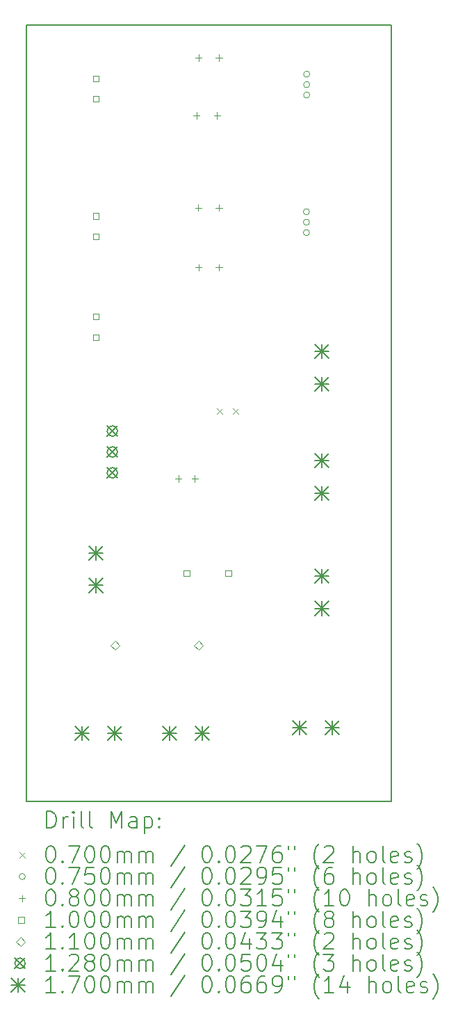
<source format=gbr>
%TF.GenerationSoftware,KiCad,Pcbnew,8.0.8-8.0.8-0~ubuntu24.04.1*%
%TF.CreationDate,2025-01-20T22:44:11-03:00*%
%TF.ProjectId,Power,506f7765-722e-46b6-9963-61645f706362,rev?*%
%TF.SameCoordinates,Original*%
%TF.FileFunction,Drillmap*%
%TF.FilePolarity,Positive*%
%FSLAX45Y45*%
G04 Gerber Fmt 4.5, Leading zero omitted, Abs format (unit mm)*
G04 Created by KiCad (PCBNEW 8.0.8-8.0.8-0~ubuntu24.04.1) date 2025-01-20 22:44:11*
%MOMM*%
%LPD*%
G01*
G04 APERTURE LIST*
%ADD10C,0.200000*%
%ADD11C,0.100000*%
%ADD12C,0.110000*%
%ADD13C,0.128000*%
%ADD14C,0.170000*%
G04 APERTURE END LIST*
D10*
X10450000Y-5950000D02*
X14900000Y-5950000D01*
X14900000Y-15400000D01*
X10450000Y-15400000D01*
X10450000Y-5950000D01*
D11*
X12774500Y-10615000D02*
X12844500Y-10685000D01*
X12844500Y-10615000D02*
X12774500Y-10685000D01*
X12964500Y-10615000D02*
X13034500Y-10685000D01*
X13034500Y-10615000D02*
X12964500Y-10685000D01*
X13901500Y-8223000D02*
G75*
G02*
X13826500Y-8223000I-37500J0D01*
G01*
X13826500Y-8223000D02*
G75*
G02*
X13901500Y-8223000I37500J0D01*
G01*
X13901500Y-8350000D02*
G75*
G02*
X13826500Y-8350000I-37500J0D01*
G01*
X13826500Y-8350000D02*
G75*
G02*
X13901500Y-8350000I37500J0D01*
G01*
X13901500Y-8477000D02*
G75*
G02*
X13826500Y-8477000I-37500J0D01*
G01*
X13826500Y-8477000D02*
G75*
G02*
X13901500Y-8477000I37500J0D01*
G01*
X13904000Y-6548000D02*
G75*
G02*
X13829000Y-6548000I-37500J0D01*
G01*
X13829000Y-6548000D02*
G75*
G02*
X13904000Y-6548000I37500J0D01*
G01*
X13904000Y-6675000D02*
G75*
G02*
X13829000Y-6675000I-37500J0D01*
G01*
X13829000Y-6675000D02*
G75*
G02*
X13904000Y-6675000I37500J0D01*
G01*
X13904000Y-6802000D02*
G75*
G02*
X13829000Y-6802000I-37500J0D01*
G01*
X13829000Y-6802000D02*
G75*
G02*
X13904000Y-6802000I37500J0D01*
G01*
X12305000Y-11430250D02*
X12305000Y-11510250D01*
X12265000Y-11470250D02*
X12345000Y-11470250D01*
X12505000Y-11430250D02*
X12505000Y-11510250D01*
X12465000Y-11470250D02*
X12545000Y-11470250D01*
X12525000Y-7010000D02*
X12525000Y-7090000D01*
X12485000Y-7050000D02*
X12565000Y-7050000D01*
X12547500Y-8135000D02*
X12547500Y-8215000D01*
X12507500Y-8175000D02*
X12587500Y-8175000D01*
X12550000Y-6310000D02*
X12550000Y-6390000D01*
X12510000Y-6350000D02*
X12590000Y-6350000D01*
X12550000Y-8860000D02*
X12550000Y-8940000D01*
X12510000Y-8900000D02*
X12590000Y-8900000D01*
X12775000Y-7010000D02*
X12775000Y-7090000D01*
X12735000Y-7050000D02*
X12815000Y-7050000D01*
X12797500Y-8135000D02*
X12797500Y-8215000D01*
X12757500Y-8175000D02*
X12837500Y-8175000D01*
X12800000Y-6310000D02*
X12800000Y-6390000D01*
X12760000Y-6350000D02*
X12840000Y-6350000D01*
X12800000Y-8860000D02*
X12800000Y-8940000D01*
X12760000Y-8900000D02*
X12840000Y-8900000D01*
X11332856Y-8310356D02*
X11332856Y-8239644D01*
X11262144Y-8239644D01*
X11262144Y-8310356D01*
X11332856Y-8310356D01*
X11332856Y-8560356D02*
X11332856Y-8489644D01*
X11262144Y-8489644D01*
X11262144Y-8560356D01*
X11332856Y-8560356D01*
X11335356Y-6635356D02*
X11335356Y-6564644D01*
X11264644Y-6564644D01*
X11264644Y-6635356D01*
X11335356Y-6635356D01*
X11335356Y-6885356D02*
X11335356Y-6814644D01*
X11264644Y-6814644D01*
X11264644Y-6885356D01*
X11335356Y-6885356D01*
X11335356Y-9535356D02*
X11335356Y-9464644D01*
X11264644Y-9464644D01*
X11264644Y-9535356D01*
X11335356Y-9535356D01*
X11335356Y-9785356D02*
X11335356Y-9714644D01*
X11264644Y-9714644D01*
X11264644Y-9785356D01*
X11335356Y-9785356D01*
X12440356Y-12655606D02*
X12440356Y-12584894D01*
X12369644Y-12584894D01*
X12369644Y-12655606D01*
X12440356Y-12655606D01*
X12948356Y-12655606D02*
X12948356Y-12584894D01*
X12877644Y-12584894D01*
X12877644Y-12655606D01*
X12948356Y-12655606D01*
D12*
X11534000Y-13555000D02*
X11589000Y-13500000D01*
X11534000Y-13445000D01*
X11479000Y-13500000D01*
X11534000Y-13555000D01*
X12550000Y-13555000D02*
X12605000Y-13500000D01*
X12550000Y-13445000D01*
X12495000Y-13500000D01*
X12550000Y-13555000D01*
D13*
X11436000Y-10828000D02*
X11564000Y-10956000D01*
X11564000Y-10828000D02*
X11436000Y-10956000D01*
X11564000Y-10892000D02*
G75*
G02*
X11436000Y-10892000I-64000J0D01*
G01*
X11436000Y-10892000D02*
G75*
G02*
X11564000Y-10892000I64000J0D01*
G01*
X11436000Y-11082000D02*
X11564000Y-11210000D01*
X11564000Y-11082000D02*
X11436000Y-11210000D01*
X11564000Y-11146000D02*
G75*
G02*
X11436000Y-11146000I-64000J0D01*
G01*
X11436000Y-11146000D02*
G75*
G02*
X11564000Y-11146000I64000J0D01*
G01*
X11436000Y-11336000D02*
X11564000Y-11464000D01*
X11564000Y-11336000D02*
X11436000Y-11464000D01*
X11564000Y-11400000D02*
G75*
G02*
X11436000Y-11400000I-64000J0D01*
G01*
X11436000Y-11400000D02*
G75*
G02*
X11564000Y-11400000I64000J0D01*
G01*
D14*
X11044750Y-14485250D02*
X11214750Y-14655250D01*
X11214750Y-14485250D02*
X11044750Y-14655250D01*
X11129750Y-14485250D02*
X11129750Y-14655250D01*
X11044750Y-14570250D02*
X11214750Y-14570250D01*
X11215000Y-12289250D02*
X11385000Y-12459250D01*
X11385000Y-12289250D02*
X11215000Y-12459250D01*
X11300000Y-12289250D02*
X11300000Y-12459250D01*
X11215000Y-12374250D02*
X11385000Y-12374250D01*
X11215000Y-12685250D02*
X11385000Y-12855250D01*
X11385000Y-12685250D02*
X11215000Y-12855250D01*
X11300000Y-12685250D02*
X11300000Y-12855250D01*
X11215000Y-12770250D02*
X11385000Y-12770250D01*
X11440750Y-14485250D02*
X11610750Y-14655250D01*
X11610750Y-14485250D02*
X11440750Y-14655250D01*
X11525750Y-14485250D02*
X11525750Y-14655250D01*
X11440750Y-14570250D02*
X11610750Y-14570250D01*
X12115000Y-14485250D02*
X12285000Y-14655250D01*
X12285000Y-14485250D02*
X12115000Y-14655250D01*
X12200000Y-14485250D02*
X12200000Y-14655250D01*
X12115000Y-14570250D02*
X12285000Y-14570250D01*
X12511000Y-14485250D02*
X12681000Y-14655250D01*
X12681000Y-14485250D02*
X12511000Y-14655250D01*
X12596000Y-14485250D02*
X12596000Y-14655250D01*
X12511000Y-14570250D02*
X12681000Y-14570250D01*
X13694750Y-14420000D02*
X13864750Y-14590000D01*
X13864750Y-14420000D02*
X13694750Y-14590000D01*
X13779750Y-14420000D02*
X13779750Y-14590000D01*
X13694750Y-14505000D02*
X13864750Y-14505000D01*
X13965000Y-11169000D02*
X14135000Y-11339000D01*
X14135000Y-11169000D02*
X13965000Y-11339000D01*
X14050000Y-11169000D02*
X14050000Y-11339000D01*
X13965000Y-11254000D02*
X14135000Y-11254000D01*
X13965000Y-11565000D02*
X14135000Y-11735000D01*
X14135000Y-11565000D02*
X13965000Y-11735000D01*
X14050000Y-11565000D02*
X14050000Y-11735000D01*
X13965000Y-11650000D02*
X14135000Y-11650000D01*
X13965000Y-12569000D02*
X14135000Y-12739000D01*
X14135000Y-12569000D02*
X13965000Y-12739000D01*
X14050000Y-12569000D02*
X14050000Y-12739000D01*
X13965000Y-12654000D02*
X14135000Y-12654000D01*
X13965000Y-12965000D02*
X14135000Y-13135000D01*
X14135000Y-12965000D02*
X13965000Y-13135000D01*
X14050000Y-12965000D02*
X14050000Y-13135000D01*
X13965000Y-13050000D02*
X14135000Y-13050000D01*
X13970000Y-9839250D02*
X14140000Y-10009250D01*
X14140000Y-9839250D02*
X13970000Y-10009250D01*
X14055000Y-9839250D02*
X14055000Y-10009250D01*
X13970000Y-9924250D02*
X14140000Y-9924250D01*
X13970000Y-10235250D02*
X14140000Y-10405250D01*
X14140000Y-10235250D02*
X13970000Y-10405250D01*
X14055000Y-10235250D02*
X14055000Y-10405250D01*
X13970000Y-10320250D02*
X14140000Y-10320250D01*
X14090750Y-14420000D02*
X14260750Y-14590000D01*
X14260750Y-14420000D02*
X14090750Y-14590000D01*
X14175750Y-14420000D02*
X14175750Y-14590000D01*
X14090750Y-14505000D02*
X14260750Y-14505000D01*
D10*
X10700777Y-15721484D02*
X10700777Y-15521484D01*
X10700777Y-15521484D02*
X10748396Y-15521484D01*
X10748396Y-15521484D02*
X10776967Y-15531008D01*
X10776967Y-15531008D02*
X10796015Y-15550055D01*
X10796015Y-15550055D02*
X10805539Y-15569103D01*
X10805539Y-15569103D02*
X10815063Y-15607198D01*
X10815063Y-15607198D02*
X10815063Y-15635769D01*
X10815063Y-15635769D02*
X10805539Y-15673865D01*
X10805539Y-15673865D02*
X10796015Y-15692912D01*
X10796015Y-15692912D02*
X10776967Y-15711960D01*
X10776967Y-15711960D02*
X10748396Y-15721484D01*
X10748396Y-15721484D02*
X10700777Y-15721484D01*
X10900777Y-15721484D02*
X10900777Y-15588150D01*
X10900777Y-15626246D02*
X10910301Y-15607198D01*
X10910301Y-15607198D02*
X10919824Y-15597674D01*
X10919824Y-15597674D02*
X10938872Y-15588150D01*
X10938872Y-15588150D02*
X10957920Y-15588150D01*
X11024586Y-15721484D02*
X11024586Y-15588150D01*
X11024586Y-15521484D02*
X11015063Y-15531008D01*
X11015063Y-15531008D02*
X11024586Y-15540531D01*
X11024586Y-15540531D02*
X11034110Y-15531008D01*
X11034110Y-15531008D02*
X11024586Y-15521484D01*
X11024586Y-15521484D02*
X11024586Y-15540531D01*
X11148396Y-15721484D02*
X11129348Y-15711960D01*
X11129348Y-15711960D02*
X11119824Y-15692912D01*
X11119824Y-15692912D02*
X11119824Y-15521484D01*
X11253158Y-15721484D02*
X11234110Y-15711960D01*
X11234110Y-15711960D02*
X11224586Y-15692912D01*
X11224586Y-15692912D02*
X11224586Y-15521484D01*
X11481729Y-15721484D02*
X11481729Y-15521484D01*
X11481729Y-15521484D02*
X11548396Y-15664341D01*
X11548396Y-15664341D02*
X11615062Y-15521484D01*
X11615062Y-15521484D02*
X11615062Y-15721484D01*
X11796015Y-15721484D02*
X11796015Y-15616722D01*
X11796015Y-15616722D02*
X11786491Y-15597674D01*
X11786491Y-15597674D02*
X11767443Y-15588150D01*
X11767443Y-15588150D02*
X11729348Y-15588150D01*
X11729348Y-15588150D02*
X11710301Y-15597674D01*
X11796015Y-15711960D02*
X11776967Y-15721484D01*
X11776967Y-15721484D02*
X11729348Y-15721484D01*
X11729348Y-15721484D02*
X11710301Y-15711960D01*
X11710301Y-15711960D02*
X11700777Y-15692912D01*
X11700777Y-15692912D02*
X11700777Y-15673865D01*
X11700777Y-15673865D02*
X11710301Y-15654817D01*
X11710301Y-15654817D02*
X11729348Y-15645293D01*
X11729348Y-15645293D02*
X11776967Y-15645293D01*
X11776967Y-15645293D02*
X11796015Y-15635769D01*
X11891253Y-15588150D02*
X11891253Y-15788150D01*
X11891253Y-15597674D02*
X11910301Y-15588150D01*
X11910301Y-15588150D02*
X11948396Y-15588150D01*
X11948396Y-15588150D02*
X11967443Y-15597674D01*
X11967443Y-15597674D02*
X11976967Y-15607198D01*
X11976967Y-15607198D02*
X11986491Y-15626246D01*
X11986491Y-15626246D02*
X11986491Y-15683388D01*
X11986491Y-15683388D02*
X11976967Y-15702436D01*
X11976967Y-15702436D02*
X11967443Y-15711960D01*
X11967443Y-15711960D02*
X11948396Y-15721484D01*
X11948396Y-15721484D02*
X11910301Y-15721484D01*
X11910301Y-15721484D02*
X11891253Y-15711960D01*
X12072205Y-15702436D02*
X12081729Y-15711960D01*
X12081729Y-15711960D02*
X12072205Y-15721484D01*
X12072205Y-15721484D02*
X12062682Y-15711960D01*
X12062682Y-15711960D02*
X12072205Y-15702436D01*
X12072205Y-15702436D02*
X12072205Y-15721484D01*
X12072205Y-15597674D02*
X12081729Y-15607198D01*
X12081729Y-15607198D02*
X12072205Y-15616722D01*
X12072205Y-15616722D02*
X12062682Y-15607198D01*
X12062682Y-15607198D02*
X12072205Y-15597674D01*
X12072205Y-15597674D02*
X12072205Y-15616722D01*
D11*
X10370000Y-16015000D02*
X10440000Y-16085000D01*
X10440000Y-16015000D02*
X10370000Y-16085000D01*
D10*
X10738872Y-15941484D02*
X10757920Y-15941484D01*
X10757920Y-15941484D02*
X10776967Y-15951008D01*
X10776967Y-15951008D02*
X10786491Y-15960531D01*
X10786491Y-15960531D02*
X10796015Y-15979579D01*
X10796015Y-15979579D02*
X10805539Y-16017674D01*
X10805539Y-16017674D02*
X10805539Y-16065293D01*
X10805539Y-16065293D02*
X10796015Y-16103388D01*
X10796015Y-16103388D02*
X10786491Y-16122436D01*
X10786491Y-16122436D02*
X10776967Y-16131960D01*
X10776967Y-16131960D02*
X10757920Y-16141484D01*
X10757920Y-16141484D02*
X10738872Y-16141484D01*
X10738872Y-16141484D02*
X10719824Y-16131960D01*
X10719824Y-16131960D02*
X10710301Y-16122436D01*
X10710301Y-16122436D02*
X10700777Y-16103388D01*
X10700777Y-16103388D02*
X10691253Y-16065293D01*
X10691253Y-16065293D02*
X10691253Y-16017674D01*
X10691253Y-16017674D02*
X10700777Y-15979579D01*
X10700777Y-15979579D02*
X10710301Y-15960531D01*
X10710301Y-15960531D02*
X10719824Y-15951008D01*
X10719824Y-15951008D02*
X10738872Y-15941484D01*
X10891253Y-16122436D02*
X10900777Y-16131960D01*
X10900777Y-16131960D02*
X10891253Y-16141484D01*
X10891253Y-16141484D02*
X10881729Y-16131960D01*
X10881729Y-16131960D02*
X10891253Y-16122436D01*
X10891253Y-16122436D02*
X10891253Y-16141484D01*
X10967444Y-15941484D02*
X11100777Y-15941484D01*
X11100777Y-15941484D02*
X11015063Y-16141484D01*
X11215062Y-15941484D02*
X11234110Y-15941484D01*
X11234110Y-15941484D02*
X11253158Y-15951008D01*
X11253158Y-15951008D02*
X11262682Y-15960531D01*
X11262682Y-15960531D02*
X11272205Y-15979579D01*
X11272205Y-15979579D02*
X11281729Y-16017674D01*
X11281729Y-16017674D02*
X11281729Y-16065293D01*
X11281729Y-16065293D02*
X11272205Y-16103388D01*
X11272205Y-16103388D02*
X11262682Y-16122436D01*
X11262682Y-16122436D02*
X11253158Y-16131960D01*
X11253158Y-16131960D02*
X11234110Y-16141484D01*
X11234110Y-16141484D02*
X11215062Y-16141484D01*
X11215062Y-16141484D02*
X11196015Y-16131960D01*
X11196015Y-16131960D02*
X11186491Y-16122436D01*
X11186491Y-16122436D02*
X11176967Y-16103388D01*
X11176967Y-16103388D02*
X11167444Y-16065293D01*
X11167444Y-16065293D02*
X11167444Y-16017674D01*
X11167444Y-16017674D02*
X11176967Y-15979579D01*
X11176967Y-15979579D02*
X11186491Y-15960531D01*
X11186491Y-15960531D02*
X11196015Y-15951008D01*
X11196015Y-15951008D02*
X11215062Y-15941484D01*
X11405539Y-15941484D02*
X11424586Y-15941484D01*
X11424586Y-15941484D02*
X11443634Y-15951008D01*
X11443634Y-15951008D02*
X11453158Y-15960531D01*
X11453158Y-15960531D02*
X11462682Y-15979579D01*
X11462682Y-15979579D02*
X11472205Y-16017674D01*
X11472205Y-16017674D02*
X11472205Y-16065293D01*
X11472205Y-16065293D02*
X11462682Y-16103388D01*
X11462682Y-16103388D02*
X11453158Y-16122436D01*
X11453158Y-16122436D02*
X11443634Y-16131960D01*
X11443634Y-16131960D02*
X11424586Y-16141484D01*
X11424586Y-16141484D02*
X11405539Y-16141484D01*
X11405539Y-16141484D02*
X11386491Y-16131960D01*
X11386491Y-16131960D02*
X11376967Y-16122436D01*
X11376967Y-16122436D02*
X11367443Y-16103388D01*
X11367443Y-16103388D02*
X11357920Y-16065293D01*
X11357920Y-16065293D02*
X11357920Y-16017674D01*
X11357920Y-16017674D02*
X11367443Y-15979579D01*
X11367443Y-15979579D02*
X11376967Y-15960531D01*
X11376967Y-15960531D02*
X11386491Y-15951008D01*
X11386491Y-15951008D02*
X11405539Y-15941484D01*
X11557920Y-16141484D02*
X11557920Y-16008150D01*
X11557920Y-16027198D02*
X11567443Y-16017674D01*
X11567443Y-16017674D02*
X11586491Y-16008150D01*
X11586491Y-16008150D02*
X11615063Y-16008150D01*
X11615063Y-16008150D02*
X11634110Y-16017674D01*
X11634110Y-16017674D02*
X11643634Y-16036722D01*
X11643634Y-16036722D02*
X11643634Y-16141484D01*
X11643634Y-16036722D02*
X11653158Y-16017674D01*
X11653158Y-16017674D02*
X11672205Y-16008150D01*
X11672205Y-16008150D02*
X11700777Y-16008150D01*
X11700777Y-16008150D02*
X11719824Y-16017674D01*
X11719824Y-16017674D02*
X11729348Y-16036722D01*
X11729348Y-16036722D02*
X11729348Y-16141484D01*
X11824586Y-16141484D02*
X11824586Y-16008150D01*
X11824586Y-16027198D02*
X11834110Y-16017674D01*
X11834110Y-16017674D02*
X11853158Y-16008150D01*
X11853158Y-16008150D02*
X11881729Y-16008150D01*
X11881729Y-16008150D02*
X11900777Y-16017674D01*
X11900777Y-16017674D02*
X11910301Y-16036722D01*
X11910301Y-16036722D02*
X11910301Y-16141484D01*
X11910301Y-16036722D02*
X11919824Y-16017674D01*
X11919824Y-16017674D02*
X11938872Y-16008150D01*
X11938872Y-16008150D02*
X11967443Y-16008150D01*
X11967443Y-16008150D02*
X11986491Y-16017674D01*
X11986491Y-16017674D02*
X11996015Y-16036722D01*
X11996015Y-16036722D02*
X11996015Y-16141484D01*
X12386491Y-15931960D02*
X12215063Y-16189103D01*
X12643634Y-15941484D02*
X12662682Y-15941484D01*
X12662682Y-15941484D02*
X12681729Y-15951008D01*
X12681729Y-15951008D02*
X12691253Y-15960531D01*
X12691253Y-15960531D02*
X12700777Y-15979579D01*
X12700777Y-15979579D02*
X12710301Y-16017674D01*
X12710301Y-16017674D02*
X12710301Y-16065293D01*
X12710301Y-16065293D02*
X12700777Y-16103388D01*
X12700777Y-16103388D02*
X12691253Y-16122436D01*
X12691253Y-16122436D02*
X12681729Y-16131960D01*
X12681729Y-16131960D02*
X12662682Y-16141484D01*
X12662682Y-16141484D02*
X12643634Y-16141484D01*
X12643634Y-16141484D02*
X12624586Y-16131960D01*
X12624586Y-16131960D02*
X12615063Y-16122436D01*
X12615063Y-16122436D02*
X12605539Y-16103388D01*
X12605539Y-16103388D02*
X12596015Y-16065293D01*
X12596015Y-16065293D02*
X12596015Y-16017674D01*
X12596015Y-16017674D02*
X12605539Y-15979579D01*
X12605539Y-15979579D02*
X12615063Y-15960531D01*
X12615063Y-15960531D02*
X12624586Y-15951008D01*
X12624586Y-15951008D02*
X12643634Y-15941484D01*
X12796015Y-16122436D02*
X12805539Y-16131960D01*
X12805539Y-16131960D02*
X12796015Y-16141484D01*
X12796015Y-16141484D02*
X12786491Y-16131960D01*
X12786491Y-16131960D02*
X12796015Y-16122436D01*
X12796015Y-16122436D02*
X12796015Y-16141484D01*
X12929348Y-15941484D02*
X12948396Y-15941484D01*
X12948396Y-15941484D02*
X12967444Y-15951008D01*
X12967444Y-15951008D02*
X12976967Y-15960531D01*
X12976967Y-15960531D02*
X12986491Y-15979579D01*
X12986491Y-15979579D02*
X12996015Y-16017674D01*
X12996015Y-16017674D02*
X12996015Y-16065293D01*
X12996015Y-16065293D02*
X12986491Y-16103388D01*
X12986491Y-16103388D02*
X12976967Y-16122436D01*
X12976967Y-16122436D02*
X12967444Y-16131960D01*
X12967444Y-16131960D02*
X12948396Y-16141484D01*
X12948396Y-16141484D02*
X12929348Y-16141484D01*
X12929348Y-16141484D02*
X12910301Y-16131960D01*
X12910301Y-16131960D02*
X12900777Y-16122436D01*
X12900777Y-16122436D02*
X12891253Y-16103388D01*
X12891253Y-16103388D02*
X12881729Y-16065293D01*
X12881729Y-16065293D02*
X12881729Y-16017674D01*
X12881729Y-16017674D02*
X12891253Y-15979579D01*
X12891253Y-15979579D02*
X12900777Y-15960531D01*
X12900777Y-15960531D02*
X12910301Y-15951008D01*
X12910301Y-15951008D02*
X12929348Y-15941484D01*
X13072206Y-15960531D02*
X13081729Y-15951008D01*
X13081729Y-15951008D02*
X13100777Y-15941484D01*
X13100777Y-15941484D02*
X13148396Y-15941484D01*
X13148396Y-15941484D02*
X13167444Y-15951008D01*
X13167444Y-15951008D02*
X13176967Y-15960531D01*
X13176967Y-15960531D02*
X13186491Y-15979579D01*
X13186491Y-15979579D02*
X13186491Y-15998627D01*
X13186491Y-15998627D02*
X13176967Y-16027198D01*
X13176967Y-16027198D02*
X13062682Y-16141484D01*
X13062682Y-16141484D02*
X13186491Y-16141484D01*
X13253158Y-15941484D02*
X13386491Y-15941484D01*
X13386491Y-15941484D02*
X13300777Y-16141484D01*
X13548396Y-15941484D02*
X13510301Y-15941484D01*
X13510301Y-15941484D02*
X13491253Y-15951008D01*
X13491253Y-15951008D02*
X13481729Y-15960531D01*
X13481729Y-15960531D02*
X13462682Y-15989103D01*
X13462682Y-15989103D02*
X13453158Y-16027198D01*
X13453158Y-16027198D02*
X13453158Y-16103388D01*
X13453158Y-16103388D02*
X13462682Y-16122436D01*
X13462682Y-16122436D02*
X13472206Y-16131960D01*
X13472206Y-16131960D02*
X13491253Y-16141484D01*
X13491253Y-16141484D02*
X13529348Y-16141484D01*
X13529348Y-16141484D02*
X13548396Y-16131960D01*
X13548396Y-16131960D02*
X13557920Y-16122436D01*
X13557920Y-16122436D02*
X13567444Y-16103388D01*
X13567444Y-16103388D02*
X13567444Y-16055769D01*
X13567444Y-16055769D02*
X13557920Y-16036722D01*
X13557920Y-16036722D02*
X13548396Y-16027198D01*
X13548396Y-16027198D02*
X13529348Y-16017674D01*
X13529348Y-16017674D02*
X13491253Y-16017674D01*
X13491253Y-16017674D02*
X13472206Y-16027198D01*
X13472206Y-16027198D02*
X13462682Y-16036722D01*
X13462682Y-16036722D02*
X13453158Y-16055769D01*
X13643634Y-15941484D02*
X13643634Y-15979579D01*
X13719825Y-15941484D02*
X13719825Y-15979579D01*
X14015063Y-16217674D02*
X14005539Y-16208150D01*
X14005539Y-16208150D02*
X13986491Y-16179579D01*
X13986491Y-16179579D02*
X13976968Y-16160531D01*
X13976968Y-16160531D02*
X13967444Y-16131960D01*
X13967444Y-16131960D02*
X13957920Y-16084341D01*
X13957920Y-16084341D02*
X13957920Y-16046246D01*
X13957920Y-16046246D02*
X13967444Y-15998627D01*
X13967444Y-15998627D02*
X13976968Y-15970055D01*
X13976968Y-15970055D02*
X13986491Y-15951008D01*
X13986491Y-15951008D02*
X14005539Y-15922436D01*
X14005539Y-15922436D02*
X14015063Y-15912912D01*
X14081729Y-15960531D02*
X14091253Y-15951008D01*
X14091253Y-15951008D02*
X14110301Y-15941484D01*
X14110301Y-15941484D02*
X14157920Y-15941484D01*
X14157920Y-15941484D02*
X14176968Y-15951008D01*
X14176968Y-15951008D02*
X14186491Y-15960531D01*
X14186491Y-15960531D02*
X14196015Y-15979579D01*
X14196015Y-15979579D02*
X14196015Y-15998627D01*
X14196015Y-15998627D02*
X14186491Y-16027198D01*
X14186491Y-16027198D02*
X14072206Y-16141484D01*
X14072206Y-16141484D02*
X14196015Y-16141484D01*
X14434110Y-16141484D02*
X14434110Y-15941484D01*
X14519825Y-16141484D02*
X14519825Y-16036722D01*
X14519825Y-16036722D02*
X14510301Y-16017674D01*
X14510301Y-16017674D02*
X14491253Y-16008150D01*
X14491253Y-16008150D02*
X14462682Y-16008150D01*
X14462682Y-16008150D02*
X14443634Y-16017674D01*
X14443634Y-16017674D02*
X14434110Y-16027198D01*
X14643634Y-16141484D02*
X14624587Y-16131960D01*
X14624587Y-16131960D02*
X14615063Y-16122436D01*
X14615063Y-16122436D02*
X14605539Y-16103388D01*
X14605539Y-16103388D02*
X14605539Y-16046246D01*
X14605539Y-16046246D02*
X14615063Y-16027198D01*
X14615063Y-16027198D02*
X14624587Y-16017674D01*
X14624587Y-16017674D02*
X14643634Y-16008150D01*
X14643634Y-16008150D02*
X14672206Y-16008150D01*
X14672206Y-16008150D02*
X14691253Y-16017674D01*
X14691253Y-16017674D02*
X14700777Y-16027198D01*
X14700777Y-16027198D02*
X14710301Y-16046246D01*
X14710301Y-16046246D02*
X14710301Y-16103388D01*
X14710301Y-16103388D02*
X14700777Y-16122436D01*
X14700777Y-16122436D02*
X14691253Y-16131960D01*
X14691253Y-16131960D02*
X14672206Y-16141484D01*
X14672206Y-16141484D02*
X14643634Y-16141484D01*
X14824587Y-16141484D02*
X14805539Y-16131960D01*
X14805539Y-16131960D02*
X14796015Y-16112912D01*
X14796015Y-16112912D02*
X14796015Y-15941484D01*
X14976968Y-16131960D02*
X14957920Y-16141484D01*
X14957920Y-16141484D02*
X14919825Y-16141484D01*
X14919825Y-16141484D02*
X14900777Y-16131960D01*
X14900777Y-16131960D02*
X14891253Y-16112912D01*
X14891253Y-16112912D02*
X14891253Y-16036722D01*
X14891253Y-16036722D02*
X14900777Y-16017674D01*
X14900777Y-16017674D02*
X14919825Y-16008150D01*
X14919825Y-16008150D02*
X14957920Y-16008150D01*
X14957920Y-16008150D02*
X14976968Y-16017674D01*
X14976968Y-16017674D02*
X14986491Y-16036722D01*
X14986491Y-16036722D02*
X14986491Y-16055769D01*
X14986491Y-16055769D02*
X14891253Y-16074817D01*
X15062682Y-16131960D02*
X15081730Y-16141484D01*
X15081730Y-16141484D02*
X15119825Y-16141484D01*
X15119825Y-16141484D02*
X15138872Y-16131960D01*
X15138872Y-16131960D02*
X15148396Y-16112912D01*
X15148396Y-16112912D02*
X15148396Y-16103388D01*
X15148396Y-16103388D02*
X15138872Y-16084341D01*
X15138872Y-16084341D02*
X15119825Y-16074817D01*
X15119825Y-16074817D02*
X15091253Y-16074817D01*
X15091253Y-16074817D02*
X15072206Y-16065293D01*
X15072206Y-16065293D02*
X15062682Y-16046246D01*
X15062682Y-16046246D02*
X15062682Y-16036722D01*
X15062682Y-16036722D02*
X15072206Y-16017674D01*
X15072206Y-16017674D02*
X15091253Y-16008150D01*
X15091253Y-16008150D02*
X15119825Y-16008150D01*
X15119825Y-16008150D02*
X15138872Y-16017674D01*
X15215063Y-16217674D02*
X15224587Y-16208150D01*
X15224587Y-16208150D02*
X15243634Y-16179579D01*
X15243634Y-16179579D02*
X15253158Y-16160531D01*
X15253158Y-16160531D02*
X15262682Y-16131960D01*
X15262682Y-16131960D02*
X15272206Y-16084341D01*
X15272206Y-16084341D02*
X15272206Y-16046246D01*
X15272206Y-16046246D02*
X15262682Y-15998627D01*
X15262682Y-15998627D02*
X15253158Y-15970055D01*
X15253158Y-15970055D02*
X15243634Y-15951008D01*
X15243634Y-15951008D02*
X15224587Y-15922436D01*
X15224587Y-15922436D02*
X15215063Y-15912912D01*
D11*
X10440000Y-16314000D02*
G75*
G02*
X10365000Y-16314000I-37500J0D01*
G01*
X10365000Y-16314000D02*
G75*
G02*
X10440000Y-16314000I37500J0D01*
G01*
D10*
X10738872Y-16205484D02*
X10757920Y-16205484D01*
X10757920Y-16205484D02*
X10776967Y-16215008D01*
X10776967Y-16215008D02*
X10786491Y-16224531D01*
X10786491Y-16224531D02*
X10796015Y-16243579D01*
X10796015Y-16243579D02*
X10805539Y-16281674D01*
X10805539Y-16281674D02*
X10805539Y-16329293D01*
X10805539Y-16329293D02*
X10796015Y-16367388D01*
X10796015Y-16367388D02*
X10786491Y-16386436D01*
X10786491Y-16386436D02*
X10776967Y-16395960D01*
X10776967Y-16395960D02*
X10757920Y-16405484D01*
X10757920Y-16405484D02*
X10738872Y-16405484D01*
X10738872Y-16405484D02*
X10719824Y-16395960D01*
X10719824Y-16395960D02*
X10710301Y-16386436D01*
X10710301Y-16386436D02*
X10700777Y-16367388D01*
X10700777Y-16367388D02*
X10691253Y-16329293D01*
X10691253Y-16329293D02*
X10691253Y-16281674D01*
X10691253Y-16281674D02*
X10700777Y-16243579D01*
X10700777Y-16243579D02*
X10710301Y-16224531D01*
X10710301Y-16224531D02*
X10719824Y-16215008D01*
X10719824Y-16215008D02*
X10738872Y-16205484D01*
X10891253Y-16386436D02*
X10900777Y-16395960D01*
X10900777Y-16395960D02*
X10891253Y-16405484D01*
X10891253Y-16405484D02*
X10881729Y-16395960D01*
X10881729Y-16395960D02*
X10891253Y-16386436D01*
X10891253Y-16386436D02*
X10891253Y-16405484D01*
X10967444Y-16205484D02*
X11100777Y-16205484D01*
X11100777Y-16205484D02*
X11015063Y-16405484D01*
X11272205Y-16205484D02*
X11176967Y-16205484D01*
X11176967Y-16205484D02*
X11167444Y-16300722D01*
X11167444Y-16300722D02*
X11176967Y-16291198D01*
X11176967Y-16291198D02*
X11196015Y-16281674D01*
X11196015Y-16281674D02*
X11243634Y-16281674D01*
X11243634Y-16281674D02*
X11262682Y-16291198D01*
X11262682Y-16291198D02*
X11272205Y-16300722D01*
X11272205Y-16300722D02*
X11281729Y-16319769D01*
X11281729Y-16319769D02*
X11281729Y-16367388D01*
X11281729Y-16367388D02*
X11272205Y-16386436D01*
X11272205Y-16386436D02*
X11262682Y-16395960D01*
X11262682Y-16395960D02*
X11243634Y-16405484D01*
X11243634Y-16405484D02*
X11196015Y-16405484D01*
X11196015Y-16405484D02*
X11176967Y-16395960D01*
X11176967Y-16395960D02*
X11167444Y-16386436D01*
X11405539Y-16205484D02*
X11424586Y-16205484D01*
X11424586Y-16205484D02*
X11443634Y-16215008D01*
X11443634Y-16215008D02*
X11453158Y-16224531D01*
X11453158Y-16224531D02*
X11462682Y-16243579D01*
X11462682Y-16243579D02*
X11472205Y-16281674D01*
X11472205Y-16281674D02*
X11472205Y-16329293D01*
X11472205Y-16329293D02*
X11462682Y-16367388D01*
X11462682Y-16367388D02*
X11453158Y-16386436D01*
X11453158Y-16386436D02*
X11443634Y-16395960D01*
X11443634Y-16395960D02*
X11424586Y-16405484D01*
X11424586Y-16405484D02*
X11405539Y-16405484D01*
X11405539Y-16405484D02*
X11386491Y-16395960D01*
X11386491Y-16395960D02*
X11376967Y-16386436D01*
X11376967Y-16386436D02*
X11367443Y-16367388D01*
X11367443Y-16367388D02*
X11357920Y-16329293D01*
X11357920Y-16329293D02*
X11357920Y-16281674D01*
X11357920Y-16281674D02*
X11367443Y-16243579D01*
X11367443Y-16243579D02*
X11376967Y-16224531D01*
X11376967Y-16224531D02*
X11386491Y-16215008D01*
X11386491Y-16215008D02*
X11405539Y-16205484D01*
X11557920Y-16405484D02*
X11557920Y-16272150D01*
X11557920Y-16291198D02*
X11567443Y-16281674D01*
X11567443Y-16281674D02*
X11586491Y-16272150D01*
X11586491Y-16272150D02*
X11615063Y-16272150D01*
X11615063Y-16272150D02*
X11634110Y-16281674D01*
X11634110Y-16281674D02*
X11643634Y-16300722D01*
X11643634Y-16300722D02*
X11643634Y-16405484D01*
X11643634Y-16300722D02*
X11653158Y-16281674D01*
X11653158Y-16281674D02*
X11672205Y-16272150D01*
X11672205Y-16272150D02*
X11700777Y-16272150D01*
X11700777Y-16272150D02*
X11719824Y-16281674D01*
X11719824Y-16281674D02*
X11729348Y-16300722D01*
X11729348Y-16300722D02*
X11729348Y-16405484D01*
X11824586Y-16405484D02*
X11824586Y-16272150D01*
X11824586Y-16291198D02*
X11834110Y-16281674D01*
X11834110Y-16281674D02*
X11853158Y-16272150D01*
X11853158Y-16272150D02*
X11881729Y-16272150D01*
X11881729Y-16272150D02*
X11900777Y-16281674D01*
X11900777Y-16281674D02*
X11910301Y-16300722D01*
X11910301Y-16300722D02*
X11910301Y-16405484D01*
X11910301Y-16300722D02*
X11919824Y-16281674D01*
X11919824Y-16281674D02*
X11938872Y-16272150D01*
X11938872Y-16272150D02*
X11967443Y-16272150D01*
X11967443Y-16272150D02*
X11986491Y-16281674D01*
X11986491Y-16281674D02*
X11996015Y-16300722D01*
X11996015Y-16300722D02*
X11996015Y-16405484D01*
X12386491Y-16195960D02*
X12215063Y-16453103D01*
X12643634Y-16205484D02*
X12662682Y-16205484D01*
X12662682Y-16205484D02*
X12681729Y-16215008D01*
X12681729Y-16215008D02*
X12691253Y-16224531D01*
X12691253Y-16224531D02*
X12700777Y-16243579D01*
X12700777Y-16243579D02*
X12710301Y-16281674D01*
X12710301Y-16281674D02*
X12710301Y-16329293D01*
X12710301Y-16329293D02*
X12700777Y-16367388D01*
X12700777Y-16367388D02*
X12691253Y-16386436D01*
X12691253Y-16386436D02*
X12681729Y-16395960D01*
X12681729Y-16395960D02*
X12662682Y-16405484D01*
X12662682Y-16405484D02*
X12643634Y-16405484D01*
X12643634Y-16405484D02*
X12624586Y-16395960D01*
X12624586Y-16395960D02*
X12615063Y-16386436D01*
X12615063Y-16386436D02*
X12605539Y-16367388D01*
X12605539Y-16367388D02*
X12596015Y-16329293D01*
X12596015Y-16329293D02*
X12596015Y-16281674D01*
X12596015Y-16281674D02*
X12605539Y-16243579D01*
X12605539Y-16243579D02*
X12615063Y-16224531D01*
X12615063Y-16224531D02*
X12624586Y-16215008D01*
X12624586Y-16215008D02*
X12643634Y-16205484D01*
X12796015Y-16386436D02*
X12805539Y-16395960D01*
X12805539Y-16395960D02*
X12796015Y-16405484D01*
X12796015Y-16405484D02*
X12786491Y-16395960D01*
X12786491Y-16395960D02*
X12796015Y-16386436D01*
X12796015Y-16386436D02*
X12796015Y-16405484D01*
X12929348Y-16205484D02*
X12948396Y-16205484D01*
X12948396Y-16205484D02*
X12967444Y-16215008D01*
X12967444Y-16215008D02*
X12976967Y-16224531D01*
X12976967Y-16224531D02*
X12986491Y-16243579D01*
X12986491Y-16243579D02*
X12996015Y-16281674D01*
X12996015Y-16281674D02*
X12996015Y-16329293D01*
X12996015Y-16329293D02*
X12986491Y-16367388D01*
X12986491Y-16367388D02*
X12976967Y-16386436D01*
X12976967Y-16386436D02*
X12967444Y-16395960D01*
X12967444Y-16395960D02*
X12948396Y-16405484D01*
X12948396Y-16405484D02*
X12929348Y-16405484D01*
X12929348Y-16405484D02*
X12910301Y-16395960D01*
X12910301Y-16395960D02*
X12900777Y-16386436D01*
X12900777Y-16386436D02*
X12891253Y-16367388D01*
X12891253Y-16367388D02*
X12881729Y-16329293D01*
X12881729Y-16329293D02*
X12881729Y-16281674D01*
X12881729Y-16281674D02*
X12891253Y-16243579D01*
X12891253Y-16243579D02*
X12900777Y-16224531D01*
X12900777Y-16224531D02*
X12910301Y-16215008D01*
X12910301Y-16215008D02*
X12929348Y-16205484D01*
X13072206Y-16224531D02*
X13081729Y-16215008D01*
X13081729Y-16215008D02*
X13100777Y-16205484D01*
X13100777Y-16205484D02*
X13148396Y-16205484D01*
X13148396Y-16205484D02*
X13167444Y-16215008D01*
X13167444Y-16215008D02*
X13176967Y-16224531D01*
X13176967Y-16224531D02*
X13186491Y-16243579D01*
X13186491Y-16243579D02*
X13186491Y-16262627D01*
X13186491Y-16262627D02*
X13176967Y-16291198D01*
X13176967Y-16291198D02*
X13062682Y-16405484D01*
X13062682Y-16405484D02*
X13186491Y-16405484D01*
X13281729Y-16405484D02*
X13319825Y-16405484D01*
X13319825Y-16405484D02*
X13338872Y-16395960D01*
X13338872Y-16395960D02*
X13348396Y-16386436D01*
X13348396Y-16386436D02*
X13367444Y-16357865D01*
X13367444Y-16357865D02*
X13376967Y-16319769D01*
X13376967Y-16319769D02*
X13376967Y-16243579D01*
X13376967Y-16243579D02*
X13367444Y-16224531D01*
X13367444Y-16224531D02*
X13357920Y-16215008D01*
X13357920Y-16215008D02*
X13338872Y-16205484D01*
X13338872Y-16205484D02*
X13300777Y-16205484D01*
X13300777Y-16205484D02*
X13281729Y-16215008D01*
X13281729Y-16215008D02*
X13272206Y-16224531D01*
X13272206Y-16224531D02*
X13262682Y-16243579D01*
X13262682Y-16243579D02*
X13262682Y-16291198D01*
X13262682Y-16291198D02*
X13272206Y-16310246D01*
X13272206Y-16310246D02*
X13281729Y-16319769D01*
X13281729Y-16319769D02*
X13300777Y-16329293D01*
X13300777Y-16329293D02*
X13338872Y-16329293D01*
X13338872Y-16329293D02*
X13357920Y-16319769D01*
X13357920Y-16319769D02*
X13367444Y-16310246D01*
X13367444Y-16310246D02*
X13376967Y-16291198D01*
X13557920Y-16205484D02*
X13462682Y-16205484D01*
X13462682Y-16205484D02*
X13453158Y-16300722D01*
X13453158Y-16300722D02*
X13462682Y-16291198D01*
X13462682Y-16291198D02*
X13481729Y-16281674D01*
X13481729Y-16281674D02*
X13529348Y-16281674D01*
X13529348Y-16281674D02*
X13548396Y-16291198D01*
X13548396Y-16291198D02*
X13557920Y-16300722D01*
X13557920Y-16300722D02*
X13567444Y-16319769D01*
X13567444Y-16319769D02*
X13567444Y-16367388D01*
X13567444Y-16367388D02*
X13557920Y-16386436D01*
X13557920Y-16386436D02*
X13548396Y-16395960D01*
X13548396Y-16395960D02*
X13529348Y-16405484D01*
X13529348Y-16405484D02*
X13481729Y-16405484D01*
X13481729Y-16405484D02*
X13462682Y-16395960D01*
X13462682Y-16395960D02*
X13453158Y-16386436D01*
X13643634Y-16205484D02*
X13643634Y-16243579D01*
X13719825Y-16205484D02*
X13719825Y-16243579D01*
X14015063Y-16481674D02*
X14005539Y-16472150D01*
X14005539Y-16472150D02*
X13986491Y-16443579D01*
X13986491Y-16443579D02*
X13976968Y-16424531D01*
X13976968Y-16424531D02*
X13967444Y-16395960D01*
X13967444Y-16395960D02*
X13957920Y-16348341D01*
X13957920Y-16348341D02*
X13957920Y-16310246D01*
X13957920Y-16310246D02*
X13967444Y-16262627D01*
X13967444Y-16262627D02*
X13976968Y-16234055D01*
X13976968Y-16234055D02*
X13986491Y-16215008D01*
X13986491Y-16215008D02*
X14005539Y-16186436D01*
X14005539Y-16186436D02*
X14015063Y-16176912D01*
X14176968Y-16205484D02*
X14138872Y-16205484D01*
X14138872Y-16205484D02*
X14119825Y-16215008D01*
X14119825Y-16215008D02*
X14110301Y-16224531D01*
X14110301Y-16224531D02*
X14091253Y-16253103D01*
X14091253Y-16253103D02*
X14081729Y-16291198D01*
X14081729Y-16291198D02*
X14081729Y-16367388D01*
X14081729Y-16367388D02*
X14091253Y-16386436D01*
X14091253Y-16386436D02*
X14100777Y-16395960D01*
X14100777Y-16395960D02*
X14119825Y-16405484D01*
X14119825Y-16405484D02*
X14157920Y-16405484D01*
X14157920Y-16405484D02*
X14176968Y-16395960D01*
X14176968Y-16395960D02*
X14186491Y-16386436D01*
X14186491Y-16386436D02*
X14196015Y-16367388D01*
X14196015Y-16367388D02*
X14196015Y-16319769D01*
X14196015Y-16319769D02*
X14186491Y-16300722D01*
X14186491Y-16300722D02*
X14176968Y-16291198D01*
X14176968Y-16291198D02*
X14157920Y-16281674D01*
X14157920Y-16281674D02*
X14119825Y-16281674D01*
X14119825Y-16281674D02*
X14100777Y-16291198D01*
X14100777Y-16291198D02*
X14091253Y-16300722D01*
X14091253Y-16300722D02*
X14081729Y-16319769D01*
X14434110Y-16405484D02*
X14434110Y-16205484D01*
X14519825Y-16405484D02*
X14519825Y-16300722D01*
X14519825Y-16300722D02*
X14510301Y-16281674D01*
X14510301Y-16281674D02*
X14491253Y-16272150D01*
X14491253Y-16272150D02*
X14462682Y-16272150D01*
X14462682Y-16272150D02*
X14443634Y-16281674D01*
X14443634Y-16281674D02*
X14434110Y-16291198D01*
X14643634Y-16405484D02*
X14624587Y-16395960D01*
X14624587Y-16395960D02*
X14615063Y-16386436D01*
X14615063Y-16386436D02*
X14605539Y-16367388D01*
X14605539Y-16367388D02*
X14605539Y-16310246D01*
X14605539Y-16310246D02*
X14615063Y-16291198D01*
X14615063Y-16291198D02*
X14624587Y-16281674D01*
X14624587Y-16281674D02*
X14643634Y-16272150D01*
X14643634Y-16272150D02*
X14672206Y-16272150D01*
X14672206Y-16272150D02*
X14691253Y-16281674D01*
X14691253Y-16281674D02*
X14700777Y-16291198D01*
X14700777Y-16291198D02*
X14710301Y-16310246D01*
X14710301Y-16310246D02*
X14710301Y-16367388D01*
X14710301Y-16367388D02*
X14700777Y-16386436D01*
X14700777Y-16386436D02*
X14691253Y-16395960D01*
X14691253Y-16395960D02*
X14672206Y-16405484D01*
X14672206Y-16405484D02*
X14643634Y-16405484D01*
X14824587Y-16405484D02*
X14805539Y-16395960D01*
X14805539Y-16395960D02*
X14796015Y-16376912D01*
X14796015Y-16376912D02*
X14796015Y-16205484D01*
X14976968Y-16395960D02*
X14957920Y-16405484D01*
X14957920Y-16405484D02*
X14919825Y-16405484D01*
X14919825Y-16405484D02*
X14900777Y-16395960D01*
X14900777Y-16395960D02*
X14891253Y-16376912D01*
X14891253Y-16376912D02*
X14891253Y-16300722D01*
X14891253Y-16300722D02*
X14900777Y-16281674D01*
X14900777Y-16281674D02*
X14919825Y-16272150D01*
X14919825Y-16272150D02*
X14957920Y-16272150D01*
X14957920Y-16272150D02*
X14976968Y-16281674D01*
X14976968Y-16281674D02*
X14986491Y-16300722D01*
X14986491Y-16300722D02*
X14986491Y-16319769D01*
X14986491Y-16319769D02*
X14891253Y-16338817D01*
X15062682Y-16395960D02*
X15081730Y-16405484D01*
X15081730Y-16405484D02*
X15119825Y-16405484D01*
X15119825Y-16405484D02*
X15138872Y-16395960D01*
X15138872Y-16395960D02*
X15148396Y-16376912D01*
X15148396Y-16376912D02*
X15148396Y-16367388D01*
X15148396Y-16367388D02*
X15138872Y-16348341D01*
X15138872Y-16348341D02*
X15119825Y-16338817D01*
X15119825Y-16338817D02*
X15091253Y-16338817D01*
X15091253Y-16338817D02*
X15072206Y-16329293D01*
X15072206Y-16329293D02*
X15062682Y-16310246D01*
X15062682Y-16310246D02*
X15062682Y-16300722D01*
X15062682Y-16300722D02*
X15072206Y-16281674D01*
X15072206Y-16281674D02*
X15091253Y-16272150D01*
X15091253Y-16272150D02*
X15119825Y-16272150D01*
X15119825Y-16272150D02*
X15138872Y-16281674D01*
X15215063Y-16481674D02*
X15224587Y-16472150D01*
X15224587Y-16472150D02*
X15243634Y-16443579D01*
X15243634Y-16443579D02*
X15253158Y-16424531D01*
X15253158Y-16424531D02*
X15262682Y-16395960D01*
X15262682Y-16395960D02*
X15272206Y-16348341D01*
X15272206Y-16348341D02*
X15272206Y-16310246D01*
X15272206Y-16310246D02*
X15262682Y-16262627D01*
X15262682Y-16262627D02*
X15253158Y-16234055D01*
X15253158Y-16234055D02*
X15243634Y-16215008D01*
X15243634Y-16215008D02*
X15224587Y-16186436D01*
X15224587Y-16186436D02*
X15215063Y-16176912D01*
D11*
X10400000Y-16538000D02*
X10400000Y-16618000D01*
X10360000Y-16578000D02*
X10440000Y-16578000D01*
D10*
X10738872Y-16469484D02*
X10757920Y-16469484D01*
X10757920Y-16469484D02*
X10776967Y-16479008D01*
X10776967Y-16479008D02*
X10786491Y-16488531D01*
X10786491Y-16488531D02*
X10796015Y-16507579D01*
X10796015Y-16507579D02*
X10805539Y-16545674D01*
X10805539Y-16545674D02*
X10805539Y-16593293D01*
X10805539Y-16593293D02*
X10796015Y-16631388D01*
X10796015Y-16631388D02*
X10786491Y-16650436D01*
X10786491Y-16650436D02*
X10776967Y-16659960D01*
X10776967Y-16659960D02*
X10757920Y-16669484D01*
X10757920Y-16669484D02*
X10738872Y-16669484D01*
X10738872Y-16669484D02*
X10719824Y-16659960D01*
X10719824Y-16659960D02*
X10710301Y-16650436D01*
X10710301Y-16650436D02*
X10700777Y-16631388D01*
X10700777Y-16631388D02*
X10691253Y-16593293D01*
X10691253Y-16593293D02*
X10691253Y-16545674D01*
X10691253Y-16545674D02*
X10700777Y-16507579D01*
X10700777Y-16507579D02*
X10710301Y-16488531D01*
X10710301Y-16488531D02*
X10719824Y-16479008D01*
X10719824Y-16479008D02*
X10738872Y-16469484D01*
X10891253Y-16650436D02*
X10900777Y-16659960D01*
X10900777Y-16659960D02*
X10891253Y-16669484D01*
X10891253Y-16669484D02*
X10881729Y-16659960D01*
X10881729Y-16659960D02*
X10891253Y-16650436D01*
X10891253Y-16650436D02*
X10891253Y-16669484D01*
X11015063Y-16555198D02*
X10996015Y-16545674D01*
X10996015Y-16545674D02*
X10986491Y-16536150D01*
X10986491Y-16536150D02*
X10976967Y-16517103D01*
X10976967Y-16517103D02*
X10976967Y-16507579D01*
X10976967Y-16507579D02*
X10986491Y-16488531D01*
X10986491Y-16488531D02*
X10996015Y-16479008D01*
X10996015Y-16479008D02*
X11015063Y-16469484D01*
X11015063Y-16469484D02*
X11053158Y-16469484D01*
X11053158Y-16469484D02*
X11072205Y-16479008D01*
X11072205Y-16479008D02*
X11081729Y-16488531D01*
X11081729Y-16488531D02*
X11091253Y-16507579D01*
X11091253Y-16507579D02*
X11091253Y-16517103D01*
X11091253Y-16517103D02*
X11081729Y-16536150D01*
X11081729Y-16536150D02*
X11072205Y-16545674D01*
X11072205Y-16545674D02*
X11053158Y-16555198D01*
X11053158Y-16555198D02*
X11015063Y-16555198D01*
X11015063Y-16555198D02*
X10996015Y-16564722D01*
X10996015Y-16564722D02*
X10986491Y-16574246D01*
X10986491Y-16574246D02*
X10976967Y-16593293D01*
X10976967Y-16593293D02*
X10976967Y-16631388D01*
X10976967Y-16631388D02*
X10986491Y-16650436D01*
X10986491Y-16650436D02*
X10996015Y-16659960D01*
X10996015Y-16659960D02*
X11015063Y-16669484D01*
X11015063Y-16669484D02*
X11053158Y-16669484D01*
X11053158Y-16669484D02*
X11072205Y-16659960D01*
X11072205Y-16659960D02*
X11081729Y-16650436D01*
X11081729Y-16650436D02*
X11091253Y-16631388D01*
X11091253Y-16631388D02*
X11091253Y-16593293D01*
X11091253Y-16593293D02*
X11081729Y-16574246D01*
X11081729Y-16574246D02*
X11072205Y-16564722D01*
X11072205Y-16564722D02*
X11053158Y-16555198D01*
X11215062Y-16469484D02*
X11234110Y-16469484D01*
X11234110Y-16469484D02*
X11253158Y-16479008D01*
X11253158Y-16479008D02*
X11262682Y-16488531D01*
X11262682Y-16488531D02*
X11272205Y-16507579D01*
X11272205Y-16507579D02*
X11281729Y-16545674D01*
X11281729Y-16545674D02*
X11281729Y-16593293D01*
X11281729Y-16593293D02*
X11272205Y-16631388D01*
X11272205Y-16631388D02*
X11262682Y-16650436D01*
X11262682Y-16650436D02*
X11253158Y-16659960D01*
X11253158Y-16659960D02*
X11234110Y-16669484D01*
X11234110Y-16669484D02*
X11215062Y-16669484D01*
X11215062Y-16669484D02*
X11196015Y-16659960D01*
X11196015Y-16659960D02*
X11186491Y-16650436D01*
X11186491Y-16650436D02*
X11176967Y-16631388D01*
X11176967Y-16631388D02*
X11167444Y-16593293D01*
X11167444Y-16593293D02*
X11167444Y-16545674D01*
X11167444Y-16545674D02*
X11176967Y-16507579D01*
X11176967Y-16507579D02*
X11186491Y-16488531D01*
X11186491Y-16488531D02*
X11196015Y-16479008D01*
X11196015Y-16479008D02*
X11215062Y-16469484D01*
X11405539Y-16469484D02*
X11424586Y-16469484D01*
X11424586Y-16469484D02*
X11443634Y-16479008D01*
X11443634Y-16479008D02*
X11453158Y-16488531D01*
X11453158Y-16488531D02*
X11462682Y-16507579D01*
X11462682Y-16507579D02*
X11472205Y-16545674D01*
X11472205Y-16545674D02*
X11472205Y-16593293D01*
X11472205Y-16593293D02*
X11462682Y-16631388D01*
X11462682Y-16631388D02*
X11453158Y-16650436D01*
X11453158Y-16650436D02*
X11443634Y-16659960D01*
X11443634Y-16659960D02*
X11424586Y-16669484D01*
X11424586Y-16669484D02*
X11405539Y-16669484D01*
X11405539Y-16669484D02*
X11386491Y-16659960D01*
X11386491Y-16659960D02*
X11376967Y-16650436D01*
X11376967Y-16650436D02*
X11367443Y-16631388D01*
X11367443Y-16631388D02*
X11357920Y-16593293D01*
X11357920Y-16593293D02*
X11357920Y-16545674D01*
X11357920Y-16545674D02*
X11367443Y-16507579D01*
X11367443Y-16507579D02*
X11376967Y-16488531D01*
X11376967Y-16488531D02*
X11386491Y-16479008D01*
X11386491Y-16479008D02*
X11405539Y-16469484D01*
X11557920Y-16669484D02*
X11557920Y-16536150D01*
X11557920Y-16555198D02*
X11567443Y-16545674D01*
X11567443Y-16545674D02*
X11586491Y-16536150D01*
X11586491Y-16536150D02*
X11615063Y-16536150D01*
X11615063Y-16536150D02*
X11634110Y-16545674D01*
X11634110Y-16545674D02*
X11643634Y-16564722D01*
X11643634Y-16564722D02*
X11643634Y-16669484D01*
X11643634Y-16564722D02*
X11653158Y-16545674D01*
X11653158Y-16545674D02*
X11672205Y-16536150D01*
X11672205Y-16536150D02*
X11700777Y-16536150D01*
X11700777Y-16536150D02*
X11719824Y-16545674D01*
X11719824Y-16545674D02*
X11729348Y-16564722D01*
X11729348Y-16564722D02*
X11729348Y-16669484D01*
X11824586Y-16669484D02*
X11824586Y-16536150D01*
X11824586Y-16555198D02*
X11834110Y-16545674D01*
X11834110Y-16545674D02*
X11853158Y-16536150D01*
X11853158Y-16536150D02*
X11881729Y-16536150D01*
X11881729Y-16536150D02*
X11900777Y-16545674D01*
X11900777Y-16545674D02*
X11910301Y-16564722D01*
X11910301Y-16564722D02*
X11910301Y-16669484D01*
X11910301Y-16564722D02*
X11919824Y-16545674D01*
X11919824Y-16545674D02*
X11938872Y-16536150D01*
X11938872Y-16536150D02*
X11967443Y-16536150D01*
X11967443Y-16536150D02*
X11986491Y-16545674D01*
X11986491Y-16545674D02*
X11996015Y-16564722D01*
X11996015Y-16564722D02*
X11996015Y-16669484D01*
X12386491Y-16459960D02*
X12215063Y-16717103D01*
X12643634Y-16469484D02*
X12662682Y-16469484D01*
X12662682Y-16469484D02*
X12681729Y-16479008D01*
X12681729Y-16479008D02*
X12691253Y-16488531D01*
X12691253Y-16488531D02*
X12700777Y-16507579D01*
X12700777Y-16507579D02*
X12710301Y-16545674D01*
X12710301Y-16545674D02*
X12710301Y-16593293D01*
X12710301Y-16593293D02*
X12700777Y-16631388D01*
X12700777Y-16631388D02*
X12691253Y-16650436D01*
X12691253Y-16650436D02*
X12681729Y-16659960D01*
X12681729Y-16659960D02*
X12662682Y-16669484D01*
X12662682Y-16669484D02*
X12643634Y-16669484D01*
X12643634Y-16669484D02*
X12624586Y-16659960D01*
X12624586Y-16659960D02*
X12615063Y-16650436D01*
X12615063Y-16650436D02*
X12605539Y-16631388D01*
X12605539Y-16631388D02*
X12596015Y-16593293D01*
X12596015Y-16593293D02*
X12596015Y-16545674D01*
X12596015Y-16545674D02*
X12605539Y-16507579D01*
X12605539Y-16507579D02*
X12615063Y-16488531D01*
X12615063Y-16488531D02*
X12624586Y-16479008D01*
X12624586Y-16479008D02*
X12643634Y-16469484D01*
X12796015Y-16650436D02*
X12805539Y-16659960D01*
X12805539Y-16659960D02*
X12796015Y-16669484D01*
X12796015Y-16669484D02*
X12786491Y-16659960D01*
X12786491Y-16659960D02*
X12796015Y-16650436D01*
X12796015Y-16650436D02*
X12796015Y-16669484D01*
X12929348Y-16469484D02*
X12948396Y-16469484D01*
X12948396Y-16469484D02*
X12967444Y-16479008D01*
X12967444Y-16479008D02*
X12976967Y-16488531D01*
X12976967Y-16488531D02*
X12986491Y-16507579D01*
X12986491Y-16507579D02*
X12996015Y-16545674D01*
X12996015Y-16545674D02*
X12996015Y-16593293D01*
X12996015Y-16593293D02*
X12986491Y-16631388D01*
X12986491Y-16631388D02*
X12976967Y-16650436D01*
X12976967Y-16650436D02*
X12967444Y-16659960D01*
X12967444Y-16659960D02*
X12948396Y-16669484D01*
X12948396Y-16669484D02*
X12929348Y-16669484D01*
X12929348Y-16669484D02*
X12910301Y-16659960D01*
X12910301Y-16659960D02*
X12900777Y-16650436D01*
X12900777Y-16650436D02*
X12891253Y-16631388D01*
X12891253Y-16631388D02*
X12881729Y-16593293D01*
X12881729Y-16593293D02*
X12881729Y-16545674D01*
X12881729Y-16545674D02*
X12891253Y-16507579D01*
X12891253Y-16507579D02*
X12900777Y-16488531D01*
X12900777Y-16488531D02*
X12910301Y-16479008D01*
X12910301Y-16479008D02*
X12929348Y-16469484D01*
X13062682Y-16469484D02*
X13186491Y-16469484D01*
X13186491Y-16469484D02*
X13119825Y-16545674D01*
X13119825Y-16545674D02*
X13148396Y-16545674D01*
X13148396Y-16545674D02*
X13167444Y-16555198D01*
X13167444Y-16555198D02*
X13176967Y-16564722D01*
X13176967Y-16564722D02*
X13186491Y-16583769D01*
X13186491Y-16583769D02*
X13186491Y-16631388D01*
X13186491Y-16631388D02*
X13176967Y-16650436D01*
X13176967Y-16650436D02*
X13167444Y-16659960D01*
X13167444Y-16659960D02*
X13148396Y-16669484D01*
X13148396Y-16669484D02*
X13091253Y-16669484D01*
X13091253Y-16669484D02*
X13072206Y-16659960D01*
X13072206Y-16659960D02*
X13062682Y-16650436D01*
X13376967Y-16669484D02*
X13262682Y-16669484D01*
X13319825Y-16669484D02*
X13319825Y-16469484D01*
X13319825Y-16469484D02*
X13300777Y-16498055D01*
X13300777Y-16498055D02*
X13281729Y-16517103D01*
X13281729Y-16517103D02*
X13262682Y-16526627D01*
X13557920Y-16469484D02*
X13462682Y-16469484D01*
X13462682Y-16469484D02*
X13453158Y-16564722D01*
X13453158Y-16564722D02*
X13462682Y-16555198D01*
X13462682Y-16555198D02*
X13481729Y-16545674D01*
X13481729Y-16545674D02*
X13529348Y-16545674D01*
X13529348Y-16545674D02*
X13548396Y-16555198D01*
X13548396Y-16555198D02*
X13557920Y-16564722D01*
X13557920Y-16564722D02*
X13567444Y-16583769D01*
X13567444Y-16583769D02*
X13567444Y-16631388D01*
X13567444Y-16631388D02*
X13557920Y-16650436D01*
X13557920Y-16650436D02*
X13548396Y-16659960D01*
X13548396Y-16659960D02*
X13529348Y-16669484D01*
X13529348Y-16669484D02*
X13481729Y-16669484D01*
X13481729Y-16669484D02*
X13462682Y-16659960D01*
X13462682Y-16659960D02*
X13453158Y-16650436D01*
X13643634Y-16469484D02*
X13643634Y-16507579D01*
X13719825Y-16469484D02*
X13719825Y-16507579D01*
X14015063Y-16745674D02*
X14005539Y-16736150D01*
X14005539Y-16736150D02*
X13986491Y-16707579D01*
X13986491Y-16707579D02*
X13976968Y-16688531D01*
X13976968Y-16688531D02*
X13967444Y-16659960D01*
X13967444Y-16659960D02*
X13957920Y-16612341D01*
X13957920Y-16612341D02*
X13957920Y-16574246D01*
X13957920Y-16574246D02*
X13967444Y-16526627D01*
X13967444Y-16526627D02*
X13976968Y-16498055D01*
X13976968Y-16498055D02*
X13986491Y-16479008D01*
X13986491Y-16479008D02*
X14005539Y-16450436D01*
X14005539Y-16450436D02*
X14015063Y-16440912D01*
X14196015Y-16669484D02*
X14081729Y-16669484D01*
X14138872Y-16669484D02*
X14138872Y-16469484D01*
X14138872Y-16469484D02*
X14119825Y-16498055D01*
X14119825Y-16498055D02*
X14100777Y-16517103D01*
X14100777Y-16517103D02*
X14081729Y-16526627D01*
X14319825Y-16469484D02*
X14338872Y-16469484D01*
X14338872Y-16469484D02*
X14357920Y-16479008D01*
X14357920Y-16479008D02*
X14367444Y-16488531D01*
X14367444Y-16488531D02*
X14376968Y-16507579D01*
X14376968Y-16507579D02*
X14386491Y-16545674D01*
X14386491Y-16545674D02*
X14386491Y-16593293D01*
X14386491Y-16593293D02*
X14376968Y-16631388D01*
X14376968Y-16631388D02*
X14367444Y-16650436D01*
X14367444Y-16650436D02*
X14357920Y-16659960D01*
X14357920Y-16659960D02*
X14338872Y-16669484D01*
X14338872Y-16669484D02*
X14319825Y-16669484D01*
X14319825Y-16669484D02*
X14300777Y-16659960D01*
X14300777Y-16659960D02*
X14291253Y-16650436D01*
X14291253Y-16650436D02*
X14281729Y-16631388D01*
X14281729Y-16631388D02*
X14272206Y-16593293D01*
X14272206Y-16593293D02*
X14272206Y-16545674D01*
X14272206Y-16545674D02*
X14281729Y-16507579D01*
X14281729Y-16507579D02*
X14291253Y-16488531D01*
X14291253Y-16488531D02*
X14300777Y-16479008D01*
X14300777Y-16479008D02*
X14319825Y-16469484D01*
X14624587Y-16669484D02*
X14624587Y-16469484D01*
X14710301Y-16669484D02*
X14710301Y-16564722D01*
X14710301Y-16564722D02*
X14700777Y-16545674D01*
X14700777Y-16545674D02*
X14681730Y-16536150D01*
X14681730Y-16536150D02*
X14653158Y-16536150D01*
X14653158Y-16536150D02*
X14634110Y-16545674D01*
X14634110Y-16545674D02*
X14624587Y-16555198D01*
X14834110Y-16669484D02*
X14815063Y-16659960D01*
X14815063Y-16659960D02*
X14805539Y-16650436D01*
X14805539Y-16650436D02*
X14796015Y-16631388D01*
X14796015Y-16631388D02*
X14796015Y-16574246D01*
X14796015Y-16574246D02*
X14805539Y-16555198D01*
X14805539Y-16555198D02*
X14815063Y-16545674D01*
X14815063Y-16545674D02*
X14834110Y-16536150D01*
X14834110Y-16536150D02*
X14862682Y-16536150D01*
X14862682Y-16536150D02*
X14881730Y-16545674D01*
X14881730Y-16545674D02*
X14891253Y-16555198D01*
X14891253Y-16555198D02*
X14900777Y-16574246D01*
X14900777Y-16574246D02*
X14900777Y-16631388D01*
X14900777Y-16631388D02*
X14891253Y-16650436D01*
X14891253Y-16650436D02*
X14881730Y-16659960D01*
X14881730Y-16659960D02*
X14862682Y-16669484D01*
X14862682Y-16669484D02*
X14834110Y-16669484D01*
X15015063Y-16669484D02*
X14996015Y-16659960D01*
X14996015Y-16659960D02*
X14986491Y-16640912D01*
X14986491Y-16640912D02*
X14986491Y-16469484D01*
X15167444Y-16659960D02*
X15148396Y-16669484D01*
X15148396Y-16669484D02*
X15110301Y-16669484D01*
X15110301Y-16669484D02*
X15091253Y-16659960D01*
X15091253Y-16659960D02*
X15081730Y-16640912D01*
X15081730Y-16640912D02*
X15081730Y-16564722D01*
X15081730Y-16564722D02*
X15091253Y-16545674D01*
X15091253Y-16545674D02*
X15110301Y-16536150D01*
X15110301Y-16536150D02*
X15148396Y-16536150D01*
X15148396Y-16536150D02*
X15167444Y-16545674D01*
X15167444Y-16545674D02*
X15176968Y-16564722D01*
X15176968Y-16564722D02*
X15176968Y-16583769D01*
X15176968Y-16583769D02*
X15081730Y-16602817D01*
X15253158Y-16659960D02*
X15272206Y-16669484D01*
X15272206Y-16669484D02*
X15310301Y-16669484D01*
X15310301Y-16669484D02*
X15329349Y-16659960D01*
X15329349Y-16659960D02*
X15338872Y-16640912D01*
X15338872Y-16640912D02*
X15338872Y-16631388D01*
X15338872Y-16631388D02*
X15329349Y-16612341D01*
X15329349Y-16612341D02*
X15310301Y-16602817D01*
X15310301Y-16602817D02*
X15281730Y-16602817D01*
X15281730Y-16602817D02*
X15262682Y-16593293D01*
X15262682Y-16593293D02*
X15253158Y-16574246D01*
X15253158Y-16574246D02*
X15253158Y-16564722D01*
X15253158Y-16564722D02*
X15262682Y-16545674D01*
X15262682Y-16545674D02*
X15281730Y-16536150D01*
X15281730Y-16536150D02*
X15310301Y-16536150D01*
X15310301Y-16536150D02*
X15329349Y-16545674D01*
X15405539Y-16745674D02*
X15415063Y-16736150D01*
X15415063Y-16736150D02*
X15434111Y-16707579D01*
X15434111Y-16707579D02*
X15443634Y-16688531D01*
X15443634Y-16688531D02*
X15453158Y-16659960D01*
X15453158Y-16659960D02*
X15462682Y-16612341D01*
X15462682Y-16612341D02*
X15462682Y-16574246D01*
X15462682Y-16574246D02*
X15453158Y-16526627D01*
X15453158Y-16526627D02*
X15443634Y-16498055D01*
X15443634Y-16498055D02*
X15434111Y-16479008D01*
X15434111Y-16479008D02*
X15415063Y-16450436D01*
X15415063Y-16450436D02*
X15405539Y-16440912D01*
D11*
X10425356Y-16877356D02*
X10425356Y-16806644D01*
X10354644Y-16806644D01*
X10354644Y-16877356D01*
X10425356Y-16877356D01*
D10*
X10805539Y-16933484D02*
X10691253Y-16933484D01*
X10748396Y-16933484D02*
X10748396Y-16733484D01*
X10748396Y-16733484D02*
X10729348Y-16762055D01*
X10729348Y-16762055D02*
X10710301Y-16781103D01*
X10710301Y-16781103D02*
X10691253Y-16790627D01*
X10891253Y-16914436D02*
X10900777Y-16923960D01*
X10900777Y-16923960D02*
X10891253Y-16933484D01*
X10891253Y-16933484D02*
X10881729Y-16923960D01*
X10881729Y-16923960D02*
X10891253Y-16914436D01*
X10891253Y-16914436D02*
X10891253Y-16933484D01*
X11024586Y-16733484D02*
X11043634Y-16733484D01*
X11043634Y-16733484D02*
X11062682Y-16743008D01*
X11062682Y-16743008D02*
X11072205Y-16752531D01*
X11072205Y-16752531D02*
X11081729Y-16771579D01*
X11081729Y-16771579D02*
X11091253Y-16809674D01*
X11091253Y-16809674D02*
X11091253Y-16857293D01*
X11091253Y-16857293D02*
X11081729Y-16895389D01*
X11081729Y-16895389D02*
X11072205Y-16914436D01*
X11072205Y-16914436D02*
X11062682Y-16923960D01*
X11062682Y-16923960D02*
X11043634Y-16933484D01*
X11043634Y-16933484D02*
X11024586Y-16933484D01*
X11024586Y-16933484D02*
X11005539Y-16923960D01*
X11005539Y-16923960D02*
X10996015Y-16914436D01*
X10996015Y-16914436D02*
X10986491Y-16895389D01*
X10986491Y-16895389D02*
X10976967Y-16857293D01*
X10976967Y-16857293D02*
X10976967Y-16809674D01*
X10976967Y-16809674D02*
X10986491Y-16771579D01*
X10986491Y-16771579D02*
X10996015Y-16752531D01*
X10996015Y-16752531D02*
X11005539Y-16743008D01*
X11005539Y-16743008D02*
X11024586Y-16733484D01*
X11215062Y-16733484D02*
X11234110Y-16733484D01*
X11234110Y-16733484D02*
X11253158Y-16743008D01*
X11253158Y-16743008D02*
X11262682Y-16752531D01*
X11262682Y-16752531D02*
X11272205Y-16771579D01*
X11272205Y-16771579D02*
X11281729Y-16809674D01*
X11281729Y-16809674D02*
X11281729Y-16857293D01*
X11281729Y-16857293D02*
X11272205Y-16895389D01*
X11272205Y-16895389D02*
X11262682Y-16914436D01*
X11262682Y-16914436D02*
X11253158Y-16923960D01*
X11253158Y-16923960D02*
X11234110Y-16933484D01*
X11234110Y-16933484D02*
X11215062Y-16933484D01*
X11215062Y-16933484D02*
X11196015Y-16923960D01*
X11196015Y-16923960D02*
X11186491Y-16914436D01*
X11186491Y-16914436D02*
X11176967Y-16895389D01*
X11176967Y-16895389D02*
X11167444Y-16857293D01*
X11167444Y-16857293D02*
X11167444Y-16809674D01*
X11167444Y-16809674D02*
X11176967Y-16771579D01*
X11176967Y-16771579D02*
X11186491Y-16752531D01*
X11186491Y-16752531D02*
X11196015Y-16743008D01*
X11196015Y-16743008D02*
X11215062Y-16733484D01*
X11405539Y-16733484D02*
X11424586Y-16733484D01*
X11424586Y-16733484D02*
X11443634Y-16743008D01*
X11443634Y-16743008D02*
X11453158Y-16752531D01*
X11453158Y-16752531D02*
X11462682Y-16771579D01*
X11462682Y-16771579D02*
X11472205Y-16809674D01*
X11472205Y-16809674D02*
X11472205Y-16857293D01*
X11472205Y-16857293D02*
X11462682Y-16895389D01*
X11462682Y-16895389D02*
X11453158Y-16914436D01*
X11453158Y-16914436D02*
X11443634Y-16923960D01*
X11443634Y-16923960D02*
X11424586Y-16933484D01*
X11424586Y-16933484D02*
X11405539Y-16933484D01*
X11405539Y-16933484D02*
X11386491Y-16923960D01*
X11386491Y-16923960D02*
X11376967Y-16914436D01*
X11376967Y-16914436D02*
X11367443Y-16895389D01*
X11367443Y-16895389D02*
X11357920Y-16857293D01*
X11357920Y-16857293D02*
X11357920Y-16809674D01*
X11357920Y-16809674D02*
X11367443Y-16771579D01*
X11367443Y-16771579D02*
X11376967Y-16752531D01*
X11376967Y-16752531D02*
X11386491Y-16743008D01*
X11386491Y-16743008D02*
X11405539Y-16733484D01*
X11557920Y-16933484D02*
X11557920Y-16800150D01*
X11557920Y-16819198D02*
X11567443Y-16809674D01*
X11567443Y-16809674D02*
X11586491Y-16800150D01*
X11586491Y-16800150D02*
X11615063Y-16800150D01*
X11615063Y-16800150D02*
X11634110Y-16809674D01*
X11634110Y-16809674D02*
X11643634Y-16828722D01*
X11643634Y-16828722D02*
X11643634Y-16933484D01*
X11643634Y-16828722D02*
X11653158Y-16809674D01*
X11653158Y-16809674D02*
X11672205Y-16800150D01*
X11672205Y-16800150D02*
X11700777Y-16800150D01*
X11700777Y-16800150D02*
X11719824Y-16809674D01*
X11719824Y-16809674D02*
X11729348Y-16828722D01*
X11729348Y-16828722D02*
X11729348Y-16933484D01*
X11824586Y-16933484D02*
X11824586Y-16800150D01*
X11824586Y-16819198D02*
X11834110Y-16809674D01*
X11834110Y-16809674D02*
X11853158Y-16800150D01*
X11853158Y-16800150D02*
X11881729Y-16800150D01*
X11881729Y-16800150D02*
X11900777Y-16809674D01*
X11900777Y-16809674D02*
X11910301Y-16828722D01*
X11910301Y-16828722D02*
X11910301Y-16933484D01*
X11910301Y-16828722D02*
X11919824Y-16809674D01*
X11919824Y-16809674D02*
X11938872Y-16800150D01*
X11938872Y-16800150D02*
X11967443Y-16800150D01*
X11967443Y-16800150D02*
X11986491Y-16809674D01*
X11986491Y-16809674D02*
X11996015Y-16828722D01*
X11996015Y-16828722D02*
X11996015Y-16933484D01*
X12386491Y-16723960D02*
X12215063Y-16981103D01*
X12643634Y-16733484D02*
X12662682Y-16733484D01*
X12662682Y-16733484D02*
X12681729Y-16743008D01*
X12681729Y-16743008D02*
X12691253Y-16752531D01*
X12691253Y-16752531D02*
X12700777Y-16771579D01*
X12700777Y-16771579D02*
X12710301Y-16809674D01*
X12710301Y-16809674D02*
X12710301Y-16857293D01*
X12710301Y-16857293D02*
X12700777Y-16895389D01*
X12700777Y-16895389D02*
X12691253Y-16914436D01*
X12691253Y-16914436D02*
X12681729Y-16923960D01*
X12681729Y-16923960D02*
X12662682Y-16933484D01*
X12662682Y-16933484D02*
X12643634Y-16933484D01*
X12643634Y-16933484D02*
X12624586Y-16923960D01*
X12624586Y-16923960D02*
X12615063Y-16914436D01*
X12615063Y-16914436D02*
X12605539Y-16895389D01*
X12605539Y-16895389D02*
X12596015Y-16857293D01*
X12596015Y-16857293D02*
X12596015Y-16809674D01*
X12596015Y-16809674D02*
X12605539Y-16771579D01*
X12605539Y-16771579D02*
X12615063Y-16752531D01*
X12615063Y-16752531D02*
X12624586Y-16743008D01*
X12624586Y-16743008D02*
X12643634Y-16733484D01*
X12796015Y-16914436D02*
X12805539Y-16923960D01*
X12805539Y-16923960D02*
X12796015Y-16933484D01*
X12796015Y-16933484D02*
X12786491Y-16923960D01*
X12786491Y-16923960D02*
X12796015Y-16914436D01*
X12796015Y-16914436D02*
X12796015Y-16933484D01*
X12929348Y-16733484D02*
X12948396Y-16733484D01*
X12948396Y-16733484D02*
X12967444Y-16743008D01*
X12967444Y-16743008D02*
X12976967Y-16752531D01*
X12976967Y-16752531D02*
X12986491Y-16771579D01*
X12986491Y-16771579D02*
X12996015Y-16809674D01*
X12996015Y-16809674D02*
X12996015Y-16857293D01*
X12996015Y-16857293D02*
X12986491Y-16895389D01*
X12986491Y-16895389D02*
X12976967Y-16914436D01*
X12976967Y-16914436D02*
X12967444Y-16923960D01*
X12967444Y-16923960D02*
X12948396Y-16933484D01*
X12948396Y-16933484D02*
X12929348Y-16933484D01*
X12929348Y-16933484D02*
X12910301Y-16923960D01*
X12910301Y-16923960D02*
X12900777Y-16914436D01*
X12900777Y-16914436D02*
X12891253Y-16895389D01*
X12891253Y-16895389D02*
X12881729Y-16857293D01*
X12881729Y-16857293D02*
X12881729Y-16809674D01*
X12881729Y-16809674D02*
X12891253Y-16771579D01*
X12891253Y-16771579D02*
X12900777Y-16752531D01*
X12900777Y-16752531D02*
X12910301Y-16743008D01*
X12910301Y-16743008D02*
X12929348Y-16733484D01*
X13062682Y-16733484D02*
X13186491Y-16733484D01*
X13186491Y-16733484D02*
X13119825Y-16809674D01*
X13119825Y-16809674D02*
X13148396Y-16809674D01*
X13148396Y-16809674D02*
X13167444Y-16819198D01*
X13167444Y-16819198D02*
X13176967Y-16828722D01*
X13176967Y-16828722D02*
X13186491Y-16847770D01*
X13186491Y-16847770D02*
X13186491Y-16895389D01*
X13186491Y-16895389D02*
X13176967Y-16914436D01*
X13176967Y-16914436D02*
X13167444Y-16923960D01*
X13167444Y-16923960D02*
X13148396Y-16933484D01*
X13148396Y-16933484D02*
X13091253Y-16933484D01*
X13091253Y-16933484D02*
X13072206Y-16923960D01*
X13072206Y-16923960D02*
X13062682Y-16914436D01*
X13281729Y-16933484D02*
X13319825Y-16933484D01*
X13319825Y-16933484D02*
X13338872Y-16923960D01*
X13338872Y-16923960D02*
X13348396Y-16914436D01*
X13348396Y-16914436D02*
X13367444Y-16885865D01*
X13367444Y-16885865D02*
X13376967Y-16847770D01*
X13376967Y-16847770D02*
X13376967Y-16771579D01*
X13376967Y-16771579D02*
X13367444Y-16752531D01*
X13367444Y-16752531D02*
X13357920Y-16743008D01*
X13357920Y-16743008D02*
X13338872Y-16733484D01*
X13338872Y-16733484D02*
X13300777Y-16733484D01*
X13300777Y-16733484D02*
X13281729Y-16743008D01*
X13281729Y-16743008D02*
X13272206Y-16752531D01*
X13272206Y-16752531D02*
X13262682Y-16771579D01*
X13262682Y-16771579D02*
X13262682Y-16819198D01*
X13262682Y-16819198D02*
X13272206Y-16838246D01*
X13272206Y-16838246D02*
X13281729Y-16847770D01*
X13281729Y-16847770D02*
X13300777Y-16857293D01*
X13300777Y-16857293D02*
X13338872Y-16857293D01*
X13338872Y-16857293D02*
X13357920Y-16847770D01*
X13357920Y-16847770D02*
X13367444Y-16838246D01*
X13367444Y-16838246D02*
X13376967Y-16819198D01*
X13548396Y-16800150D02*
X13548396Y-16933484D01*
X13500777Y-16723960D02*
X13453158Y-16866817D01*
X13453158Y-16866817D02*
X13576967Y-16866817D01*
X13643634Y-16733484D02*
X13643634Y-16771579D01*
X13719825Y-16733484D02*
X13719825Y-16771579D01*
X14015063Y-17009674D02*
X14005539Y-17000150D01*
X14005539Y-17000150D02*
X13986491Y-16971579D01*
X13986491Y-16971579D02*
X13976968Y-16952531D01*
X13976968Y-16952531D02*
X13967444Y-16923960D01*
X13967444Y-16923960D02*
X13957920Y-16876341D01*
X13957920Y-16876341D02*
X13957920Y-16838246D01*
X13957920Y-16838246D02*
X13967444Y-16790627D01*
X13967444Y-16790627D02*
X13976968Y-16762055D01*
X13976968Y-16762055D02*
X13986491Y-16743008D01*
X13986491Y-16743008D02*
X14005539Y-16714436D01*
X14005539Y-16714436D02*
X14015063Y-16704912D01*
X14119825Y-16819198D02*
X14100777Y-16809674D01*
X14100777Y-16809674D02*
X14091253Y-16800150D01*
X14091253Y-16800150D02*
X14081729Y-16781103D01*
X14081729Y-16781103D02*
X14081729Y-16771579D01*
X14081729Y-16771579D02*
X14091253Y-16752531D01*
X14091253Y-16752531D02*
X14100777Y-16743008D01*
X14100777Y-16743008D02*
X14119825Y-16733484D01*
X14119825Y-16733484D02*
X14157920Y-16733484D01*
X14157920Y-16733484D02*
X14176968Y-16743008D01*
X14176968Y-16743008D02*
X14186491Y-16752531D01*
X14186491Y-16752531D02*
X14196015Y-16771579D01*
X14196015Y-16771579D02*
X14196015Y-16781103D01*
X14196015Y-16781103D02*
X14186491Y-16800150D01*
X14186491Y-16800150D02*
X14176968Y-16809674D01*
X14176968Y-16809674D02*
X14157920Y-16819198D01*
X14157920Y-16819198D02*
X14119825Y-16819198D01*
X14119825Y-16819198D02*
X14100777Y-16828722D01*
X14100777Y-16828722D02*
X14091253Y-16838246D01*
X14091253Y-16838246D02*
X14081729Y-16857293D01*
X14081729Y-16857293D02*
X14081729Y-16895389D01*
X14081729Y-16895389D02*
X14091253Y-16914436D01*
X14091253Y-16914436D02*
X14100777Y-16923960D01*
X14100777Y-16923960D02*
X14119825Y-16933484D01*
X14119825Y-16933484D02*
X14157920Y-16933484D01*
X14157920Y-16933484D02*
X14176968Y-16923960D01*
X14176968Y-16923960D02*
X14186491Y-16914436D01*
X14186491Y-16914436D02*
X14196015Y-16895389D01*
X14196015Y-16895389D02*
X14196015Y-16857293D01*
X14196015Y-16857293D02*
X14186491Y-16838246D01*
X14186491Y-16838246D02*
X14176968Y-16828722D01*
X14176968Y-16828722D02*
X14157920Y-16819198D01*
X14434110Y-16933484D02*
X14434110Y-16733484D01*
X14519825Y-16933484D02*
X14519825Y-16828722D01*
X14519825Y-16828722D02*
X14510301Y-16809674D01*
X14510301Y-16809674D02*
X14491253Y-16800150D01*
X14491253Y-16800150D02*
X14462682Y-16800150D01*
X14462682Y-16800150D02*
X14443634Y-16809674D01*
X14443634Y-16809674D02*
X14434110Y-16819198D01*
X14643634Y-16933484D02*
X14624587Y-16923960D01*
X14624587Y-16923960D02*
X14615063Y-16914436D01*
X14615063Y-16914436D02*
X14605539Y-16895389D01*
X14605539Y-16895389D02*
X14605539Y-16838246D01*
X14605539Y-16838246D02*
X14615063Y-16819198D01*
X14615063Y-16819198D02*
X14624587Y-16809674D01*
X14624587Y-16809674D02*
X14643634Y-16800150D01*
X14643634Y-16800150D02*
X14672206Y-16800150D01*
X14672206Y-16800150D02*
X14691253Y-16809674D01*
X14691253Y-16809674D02*
X14700777Y-16819198D01*
X14700777Y-16819198D02*
X14710301Y-16838246D01*
X14710301Y-16838246D02*
X14710301Y-16895389D01*
X14710301Y-16895389D02*
X14700777Y-16914436D01*
X14700777Y-16914436D02*
X14691253Y-16923960D01*
X14691253Y-16923960D02*
X14672206Y-16933484D01*
X14672206Y-16933484D02*
X14643634Y-16933484D01*
X14824587Y-16933484D02*
X14805539Y-16923960D01*
X14805539Y-16923960D02*
X14796015Y-16904912D01*
X14796015Y-16904912D02*
X14796015Y-16733484D01*
X14976968Y-16923960D02*
X14957920Y-16933484D01*
X14957920Y-16933484D02*
X14919825Y-16933484D01*
X14919825Y-16933484D02*
X14900777Y-16923960D01*
X14900777Y-16923960D02*
X14891253Y-16904912D01*
X14891253Y-16904912D02*
X14891253Y-16828722D01*
X14891253Y-16828722D02*
X14900777Y-16809674D01*
X14900777Y-16809674D02*
X14919825Y-16800150D01*
X14919825Y-16800150D02*
X14957920Y-16800150D01*
X14957920Y-16800150D02*
X14976968Y-16809674D01*
X14976968Y-16809674D02*
X14986491Y-16828722D01*
X14986491Y-16828722D02*
X14986491Y-16847770D01*
X14986491Y-16847770D02*
X14891253Y-16866817D01*
X15062682Y-16923960D02*
X15081730Y-16933484D01*
X15081730Y-16933484D02*
X15119825Y-16933484D01*
X15119825Y-16933484D02*
X15138872Y-16923960D01*
X15138872Y-16923960D02*
X15148396Y-16904912D01*
X15148396Y-16904912D02*
X15148396Y-16895389D01*
X15148396Y-16895389D02*
X15138872Y-16876341D01*
X15138872Y-16876341D02*
X15119825Y-16866817D01*
X15119825Y-16866817D02*
X15091253Y-16866817D01*
X15091253Y-16866817D02*
X15072206Y-16857293D01*
X15072206Y-16857293D02*
X15062682Y-16838246D01*
X15062682Y-16838246D02*
X15062682Y-16828722D01*
X15062682Y-16828722D02*
X15072206Y-16809674D01*
X15072206Y-16809674D02*
X15091253Y-16800150D01*
X15091253Y-16800150D02*
X15119825Y-16800150D01*
X15119825Y-16800150D02*
X15138872Y-16809674D01*
X15215063Y-17009674D02*
X15224587Y-17000150D01*
X15224587Y-17000150D02*
X15243634Y-16971579D01*
X15243634Y-16971579D02*
X15253158Y-16952531D01*
X15253158Y-16952531D02*
X15262682Y-16923960D01*
X15262682Y-16923960D02*
X15272206Y-16876341D01*
X15272206Y-16876341D02*
X15272206Y-16838246D01*
X15272206Y-16838246D02*
X15262682Y-16790627D01*
X15262682Y-16790627D02*
X15253158Y-16762055D01*
X15253158Y-16762055D02*
X15243634Y-16743008D01*
X15243634Y-16743008D02*
X15224587Y-16714436D01*
X15224587Y-16714436D02*
X15215063Y-16704912D01*
D12*
X10385000Y-17161000D02*
X10440000Y-17106000D01*
X10385000Y-17051000D01*
X10330000Y-17106000D01*
X10385000Y-17161000D01*
D10*
X10805539Y-17197484D02*
X10691253Y-17197484D01*
X10748396Y-17197484D02*
X10748396Y-16997484D01*
X10748396Y-16997484D02*
X10729348Y-17026055D01*
X10729348Y-17026055D02*
X10710301Y-17045103D01*
X10710301Y-17045103D02*
X10691253Y-17054627D01*
X10891253Y-17178436D02*
X10900777Y-17187960D01*
X10900777Y-17187960D02*
X10891253Y-17197484D01*
X10891253Y-17197484D02*
X10881729Y-17187960D01*
X10881729Y-17187960D02*
X10891253Y-17178436D01*
X10891253Y-17178436D02*
X10891253Y-17197484D01*
X11091253Y-17197484D02*
X10976967Y-17197484D01*
X11034110Y-17197484D02*
X11034110Y-16997484D01*
X11034110Y-16997484D02*
X11015063Y-17026055D01*
X11015063Y-17026055D02*
X10996015Y-17045103D01*
X10996015Y-17045103D02*
X10976967Y-17054627D01*
X11215062Y-16997484D02*
X11234110Y-16997484D01*
X11234110Y-16997484D02*
X11253158Y-17007008D01*
X11253158Y-17007008D02*
X11262682Y-17016531D01*
X11262682Y-17016531D02*
X11272205Y-17035579D01*
X11272205Y-17035579D02*
X11281729Y-17073674D01*
X11281729Y-17073674D02*
X11281729Y-17121293D01*
X11281729Y-17121293D02*
X11272205Y-17159389D01*
X11272205Y-17159389D02*
X11262682Y-17178436D01*
X11262682Y-17178436D02*
X11253158Y-17187960D01*
X11253158Y-17187960D02*
X11234110Y-17197484D01*
X11234110Y-17197484D02*
X11215062Y-17197484D01*
X11215062Y-17197484D02*
X11196015Y-17187960D01*
X11196015Y-17187960D02*
X11186491Y-17178436D01*
X11186491Y-17178436D02*
X11176967Y-17159389D01*
X11176967Y-17159389D02*
X11167444Y-17121293D01*
X11167444Y-17121293D02*
X11167444Y-17073674D01*
X11167444Y-17073674D02*
X11176967Y-17035579D01*
X11176967Y-17035579D02*
X11186491Y-17016531D01*
X11186491Y-17016531D02*
X11196015Y-17007008D01*
X11196015Y-17007008D02*
X11215062Y-16997484D01*
X11405539Y-16997484D02*
X11424586Y-16997484D01*
X11424586Y-16997484D02*
X11443634Y-17007008D01*
X11443634Y-17007008D02*
X11453158Y-17016531D01*
X11453158Y-17016531D02*
X11462682Y-17035579D01*
X11462682Y-17035579D02*
X11472205Y-17073674D01*
X11472205Y-17073674D02*
X11472205Y-17121293D01*
X11472205Y-17121293D02*
X11462682Y-17159389D01*
X11462682Y-17159389D02*
X11453158Y-17178436D01*
X11453158Y-17178436D02*
X11443634Y-17187960D01*
X11443634Y-17187960D02*
X11424586Y-17197484D01*
X11424586Y-17197484D02*
X11405539Y-17197484D01*
X11405539Y-17197484D02*
X11386491Y-17187960D01*
X11386491Y-17187960D02*
X11376967Y-17178436D01*
X11376967Y-17178436D02*
X11367443Y-17159389D01*
X11367443Y-17159389D02*
X11357920Y-17121293D01*
X11357920Y-17121293D02*
X11357920Y-17073674D01*
X11357920Y-17073674D02*
X11367443Y-17035579D01*
X11367443Y-17035579D02*
X11376967Y-17016531D01*
X11376967Y-17016531D02*
X11386491Y-17007008D01*
X11386491Y-17007008D02*
X11405539Y-16997484D01*
X11557920Y-17197484D02*
X11557920Y-17064150D01*
X11557920Y-17083198D02*
X11567443Y-17073674D01*
X11567443Y-17073674D02*
X11586491Y-17064150D01*
X11586491Y-17064150D02*
X11615063Y-17064150D01*
X11615063Y-17064150D02*
X11634110Y-17073674D01*
X11634110Y-17073674D02*
X11643634Y-17092722D01*
X11643634Y-17092722D02*
X11643634Y-17197484D01*
X11643634Y-17092722D02*
X11653158Y-17073674D01*
X11653158Y-17073674D02*
X11672205Y-17064150D01*
X11672205Y-17064150D02*
X11700777Y-17064150D01*
X11700777Y-17064150D02*
X11719824Y-17073674D01*
X11719824Y-17073674D02*
X11729348Y-17092722D01*
X11729348Y-17092722D02*
X11729348Y-17197484D01*
X11824586Y-17197484D02*
X11824586Y-17064150D01*
X11824586Y-17083198D02*
X11834110Y-17073674D01*
X11834110Y-17073674D02*
X11853158Y-17064150D01*
X11853158Y-17064150D02*
X11881729Y-17064150D01*
X11881729Y-17064150D02*
X11900777Y-17073674D01*
X11900777Y-17073674D02*
X11910301Y-17092722D01*
X11910301Y-17092722D02*
X11910301Y-17197484D01*
X11910301Y-17092722D02*
X11919824Y-17073674D01*
X11919824Y-17073674D02*
X11938872Y-17064150D01*
X11938872Y-17064150D02*
X11967443Y-17064150D01*
X11967443Y-17064150D02*
X11986491Y-17073674D01*
X11986491Y-17073674D02*
X11996015Y-17092722D01*
X11996015Y-17092722D02*
X11996015Y-17197484D01*
X12386491Y-16987960D02*
X12215063Y-17245103D01*
X12643634Y-16997484D02*
X12662682Y-16997484D01*
X12662682Y-16997484D02*
X12681729Y-17007008D01*
X12681729Y-17007008D02*
X12691253Y-17016531D01*
X12691253Y-17016531D02*
X12700777Y-17035579D01*
X12700777Y-17035579D02*
X12710301Y-17073674D01*
X12710301Y-17073674D02*
X12710301Y-17121293D01*
X12710301Y-17121293D02*
X12700777Y-17159389D01*
X12700777Y-17159389D02*
X12691253Y-17178436D01*
X12691253Y-17178436D02*
X12681729Y-17187960D01*
X12681729Y-17187960D02*
X12662682Y-17197484D01*
X12662682Y-17197484D02*
X12643634Y-17197484D01*
X12643634Y-17197484D02*
X12624586Y-17187960D01*
X12624586Y-17187960D02*
X12615063Y-17178436D01*
X12615063Y-17178436D02*
X12605539Y-17159389D01*
X12605539Y-17159389D02*
X12596015Y-17121293D01*
X12596015Y-17121293D02*
X12596015Y-17073674D01*
X12596015Y-17073674D02*
X12605539Y-17035579D01*
X12605539Y-17035579D02*
X12615063Y-17016531D01*
X12615063Y-17016531D02*
X12624586Y-17007008D01*
X12624586Y-17007008D02*
X12643634Y-16997484D01*
X12796015Y-17178436D02*
X12805539Y-17187960D01*
X12805539Y-17187960D02*
X12796015Y-17197484D01*
X12796015Y-17197484D02*
X12786491Y-17187960D01*
X12786491Y-17187960D02*
X12796015Y-17178436D01*
X12796015Y-17178436D02*
X12796015Y-17197484D01*
X12929348Y-16997484D02*
X12948396Y-16997484D01*
X12948396Y-16997484D02*
X12967444Y-17007008D01*
X12967444Y-17007008D02*
X12976967Y-17016531D01*
X12976967Y-17016531D02*
X12986491Y-17035579D01*
X12986491Y-17035579D02*
X12996015Y-17073674D01*
X12996015Y-17073674D02*
X12996015Y-17121293D01*
X12996015Y-17121293D02*
X12986491Y-17159389D01*
X12986491Y-17159389D02*
X12976967Y-17178436D01*
X12976967Y-17178436D02*
X12967444Y-17187960D01*
X12967444Y-17187960D02*
X12948396Y-17197484D01*
X12948396Y-17197484D02*
X12929348Y-17197484D01*
X12929348Y-17197484D02*
X12910301Y-17187960D01*
X12910301Y-17187960D02*
X12900777Y-17178436D01*
X12900777Y-17178436D02*
X12891253Y-17159389D01*
X12891253Y-17159389D02*
X12881729Y-17121293D01*
X12881729Y-17121293D02*
X12881729Y-17073674D01*
X12881729Y-17073674D02*
X12891253Y-17035579D01*
X12891253Y-17035579D02*
X12900777Y-17016531D01*
X12900777Y-17016531D02*
X12910301Y-17007008D01*
X12910301Y-17007008D02*
X12929348Y-16997484D01*
X13167444Y-17064150D02*
X13167444Y-17197484D01*
X13119825Y-16987960D02*
X13072206Y-17130817D01*
X13072206Y-17130817D02*
X13196015Y-17130817D01*
X13253158Y-16997484D02*
X13376967Y-16997484D01*
X13376967Y-16997484D02*
X13310301Y-17073674D01*
X13310301Y-17073674D02*
X13338872Y-17073674D01*
X13338872Y-17073674D02*
X13357920Y-17083198D01*
X13357920Y-17083198D02*
X13367444Y-17092722D01*
X13367444Y-17092722D02*
X13376967Y-17111770D01*
X13376967Y-17111770D02*
X13376967Y-17159389D01*
X13376967Y-17159389D02*
X13367444Y-17178436D01*
X13367444Y-17178436D02*
X13357920Y-17187960D01*
X13357920Y-17187960D02*
X13338872Y-17197484D01*
X13338872Y-17197484D02*
X13281729Y-17197484D01*
X13281729Y-17197484D02*
X13262682Y-17187960D01*
X13262682Y-17187960D02*
X13253158Y-17178436D01*
X13443634Y-16997484D02*
X13567444Y-16997484D01*
X13567444Y-16997484D02*
X13500777Y-17073674D01*
X13500777Y-17073674D02*
X13529348Y-17073674D01*
X13529348Y-17073674D02*
X13548396Y-17083198D01*
X13548396Y-17083198D02*
X13557920Y-17092722D01*
X13557920Y-17092722D02*
X13567444Y-17111770D01*
X13567444Y-17111770D02*
X13567444Y-17159389D01*
X13567444Y-17159389D02*
X13557920Y-17178436D01*
X13557920Y-17178436D02*
X13548396Y-17187960D01*
X13548396Y-17187960D02*
X13529348Y-17197484D01*
X13529348Y-17197484D02*
X13472206Y-17197484D01*
X13472206Y-17197484D02*
X13453158Y-17187960D01*
X13453158Y-17187960D02*
X13443634Y-17178436D01*
X13643634Y-16997484D02*
X13643634Y-17035579D01*
X13719825Y-16997484D02*
X13719825Y-17035579D01*
X14015063Y-17273674D02*
X14005539Y-17264150D01*
X14005539Y-17264150D02*
X13986491Y-17235579D01*
X13986491Y-17235579D02*
X13976968Y-17216531D01*
X13976968Y-17216531D02*
X13967444Y-17187960D01*
X13967444Y-17187960D02*
X13957920Y-17140341D01*
X13957920Y-17140341D02*
X13957920Y-17102246D01*
X13957920Y-17102246D02*
X13967444Y-17054627D01*
X13967444Y-17054627D02*
X13976968Y-17026055D01*
X13976968Y-17026055D02*
X13986491Y-17007008D01*
X13986491Y-17007008D02*
X14005539Y-16978436D01*
X14005539Y-16978436D02*
X14015063Y-16968912D01*
X14081729Y-17016531D02*
X14091253Y-17007008D01*
X14091253Y-17007008D02*
X14110301Y-16997484D01*
X14110301Y-16997484D02*
X14157920Y-16997484D01*
X14157920Y-16997484D02*
X14176968Y-17007008D01*
X14176968Y-17007008D02*
X14186491Y-17016531D01*
X14186491Y-17016531D02*
X14196015Y-17035579D01*
X14196015Y-17035579D02*
X14196015Y-17054627D01*
X14196015Y-17054627D02*
X14186491Y-17083198D01*
X14186491Y-17083198D02*
X14072206Y-17197484D01*
X14072206Y-17197484D02*
X14196015Y-17197484D01*
X14434110Y-17197484D02*
X14434110Y-16997484D01*
X14519825Y-17197484D02*
X14519825Y-17092722D01*
X14519825Y-17092722D02*
X14510301Y-17073674D01*
X14510301Y-17073674D02*
X14491253Y-17064150D01*
X14491253Y-17064150D02*
X14462682Y-17064150D01*
X14462682Y-17064150D02*
X14443634Y-17073674D01*
X14443634Y-17073674D02*
X14434110Y-17083198D01*
X14643634Y-17197484D02*
X14624587Y-17187960D01*
X14624587Y-17187960D02*
X14615063Y-17178436D01*
X14615063Y-17178436D02*
X14605539Y-17159389D01*
X14605539Y-17159389D02*
X14605539Y-17102246D01*
X14605539Y-17102246D02*
X14615063Y-17083198D01*
X14615063Y-17083198D02*
X14624587Y-17073674D01*
X14624587Y-17073674D02*
X14643634Y-17064150D01*
X14643634Y-17064150D02*
X14672206Y-17064150D01*
X14672206Y-17064150D02*
X14691253Y-17073674D01*
X14691253Y-17073674D02*
X14700777Y-17083198D01*
X14700777Y-17083198D02*
X14710301Y-17102246D01*
X14710301Y-17102246D02*
X14710301Y-17159389D01*
X14710301Y-17159389D02*
X14700777Y-17178436D01*
X14700777Y-17178436D02*
X14691253Y-17187960D01*
X14691253Y-17187960D02*
X14672206Y-17197484D01*
X14672206Y-17197484D02*
X14643634Y-17197484D01*
X14824587Y-17197484D02*
X14805539Y-17187960D01*
X14805539Y-17187960D02*
X14796015Y-17168912D01*
X14796015Y-17168912D02*
X14796015Y-16997484D01*
X14976968Y-17187960D02*
X14957920Y-17197484D01*
X14957920Y-17197484D02*
X14919825Y-17197484D01*
X14919825Y-17197484D02*
X14900777Y-17187960D01*
X14900777Y-17187960D02*
X14891253Y-17168912D01*
X14891253Y-17168912D02*
X14891253Y-17092722D01*
X14891253Y-17092722D02*
X14900777Y-17073674D01*
X14900777Y-17073674D02*
X14919825Y-17064150D01*
X14919825Y-17064150D02*
X14957920Y-17064150D01*
X14957920Y-17064150D02*
X14976968Y-17073674D01*
X14976968Y-17073674D02*
X14986491Y-17092722D01*
X14986491Y-17092722D02*
X14986491Y-17111770D01*
X14986491Y-17111770D02*
X14891253Y-17130817D01*
X15062682Y-17187960D02*
X15081730Y-17197484D01*
X15081730Y-17197484D02*
X15119825Y-17197484D01*
X15119825Y-17197484D02*
X15138872Y-17187960D01*
X15138872Y-17187960D02*
X15148396Y-17168912D01*
X15148396Y-17168912D02*
X15148396Y-17159389D01*
X15148396Y-17159389D02*
X15138872Y-17140341D01*
X15138872Y-17140341D02*
X15119825Y-17130817D01*
X15119825Y-17130817D02*
X15091253Y-17130817D01*
X15091253Y-17130817D02*
X15072206Y-17121293D01*
X15072206Y-17121293D02*
X15062682Y-17102246D01*
X15062682Y-17102246D02*
X15062682Y-17092722D01*
X15062682Y-17092722D02*
X15072206Y-17073674D01*
X15072206Y-17073674D02*
X15091253Y-17064150D01*
X15091253Y-17064150D02*
X15119825Y-17064150D01*
X15119825Y-17064150D02*
X15138872Y-17073674D01*
X15215063Y-17273674D02*
X15224587Y-17264150D01*
X15224587Y-17264150D02*
X15243634Y-17235579D01*
X15243634Y-17235579D02*
X15253158Y-17216531D01*
X15253158Y-17216531D02*
X15262682Y-17187960D01*
X15262682Y-17187960D02*
X15272206Y-17140341D01*
X15272206Y-17140341D02*
X15272206Y-17102246D01*
X15272206Y-17102246D02*
X15262682Y-17054627D01*
X15262682Y-17054627D02*
X15253158Y-17026055D01*
X15253158Y-17026055D02*
X15243634Y-17007008D01*
X15243634Y-17007008D02*
X15224587Y-16978436D01*
X15224587Y-16978436D02*
X15215063Y-16968912D01*
D13*
X10312000Y-17306000D02*
X10440000Y-17434000D01*
X10440000Y-17306000D02*
X10312000Y-17434000D01*
X10440000Y-17370000D02*
G75*
G02*
X10312000Y-17370000I-64000J0D01*
G01*
X10312000Y-17370000D02*
G75*
G02*
X10440000Y-17370000I64000J0D01*
G01*
D10*
X10805539Y-17461484D02*
X10691253Y-17461484D01*
X10748396Y-17461484D02*
X10748396Y-17261484D01*
X10748396Y-17261484D02*
X10729348Y-17290055D01*
X10729348Y-17290055D02*
X10710301Y-17309103D01*
X10710301Y-17309103D02*
X10691253Y-17318627D01*
X10891253Y-17442436D02*
X10900777Y-17451960D01*
X10900777Y-17451960D02*
X10891253Y-17461484D01*
X10891253Y-17461484D02*
X10881729Y-17451960D01*
X10881729Y-17451960D02*
X10891253Y-17442436D01*
X10891253Y-17442436D02*
X10891253Y-17461484D01*
X10976967Y-17280531D02*
X10986491Y-17271008D01*
X10986491Y-17271008D02*
X11005539Y-17261484D01*
X11005539Y-17261484D02*
X11053158Y-17261484D01*
X11053158Y-17261484D02*
X11072205Y-17271008D01*
X11072205Y-17271008D02*
X11081729Y-17280531D01*
X11081729Y-17280531D02*
X11091253Y-17299579D01*
X11091253Y-17299579D02*
X11091253Y-17318627D01*
X11091253Y-17318627D02*
X11081729Y-17347198D01*
X11081729Y-17347198D02*
X10967444Y-17461484D01*
X10967444Y-17461484D02*
X11091253Y-17461484D01*
X11205539Y-17347198D02*
X11186491Y-17337674D01*
X11186491Y-17337674D02*
X11176967Y-17328150D01*
X11176967Y-17328150D02*
X11167444Y-17309103D01*
X11167444Y-17309103D02*
X11167444Y-17299579D01*
X11167444Y-17299579D02*
X11176967Y-17280531D01*
X11176967Y-17280531D02*
X11186491Y-17271008D01*
X11186491Y-17271008D02*
X11205539Y-17261484D01*
X11205539Y-17261484D02*
X11243634Y-17261484D01*
X11243634Y-17261484D02*
X11262682Y-17271008D01*
X11262682Y-17271008D02*
X11272205Y-17280531D01*
X11272205Y-17280531D02*
X11281729Y-17299579D01*
X11281729Y-17299579D02*
X11281729Y-17309103D01*
X11281729Y-17309103D02*
X11272205Y-17328150D01*
X11272205Y-17328150D02*
X11262682Y-17337674D01*
X11262682Y-17337674D02*
X11243634Y-17347198D01*
X11243634Y-17347198D02*
X11205539Y-17347198D01*
X11205539Y-17347198D02*
X11186491Y-17356722D01*
X11186491Y-17356722D02*
X11176967Y-17366246D01*
X11176967Y-17366246D02*
X11167444Y-17385293D01*
X11167444Y-17385293D02*
X11167444Y-17423389D01*
X11167444Y-17423389D02*
X11176967Y-17442436D01*
X11176967Y-17442436D02*
X11186491Y-17451960D01*
X11186491Y-17451960D02*
X11205539Y-17461484D01*
X11205539Y-17461484D02*
X11243634Y-17461484D01*
X11243634Y-17461484D02*
X11262682Y-17451960D01*
X11262682Y-17451960D02*
X11272205Y-17442436D01*
X11272205Y-17442436D02*
X11281729Y-17423389D01*
X11281729Y-17423389D02*
X11281729Y-17385293D01*
X11281729Y-17385293D02*
X11272205Y-17366246D01*
X11272205Y-17366246D02*
X11262682Y-17356722D01*
X11262682Y-17356722D02*
X11243634Y-17347198D01*
X11405539Y-17261484D02*
X11424586Y-17261484D01*
X11424586Y-17261484D02*
X11443634Y-17271008D01*
X11443634Y-17271008D02*
X11453158Y-17280531D01*
X11453158Y-17280531D02*
X11462682Y-17299579D01*
X11462682Y-17299579D02*
X11472205Y-17337674D01*
X11472205Y-17337674D02*
X11472205Y-17385293D01*
X11472205Y-17385293D02*
X11462682Y-17423389D01*
X11462682Y-17423389D02*
X11453158Y-17442436D01*
X11453158Y-17442436D02*
X11443634Y-17451960D01*
X11443634Y-17451960D02*
X11424586Y-17461484D01*
X11424586Y-17461484D02*
X11405539Y-17461484D01*
X11405539Y-17461484D02*
X11386491Y-17451960D01*
X11386491Y-17451960D02*
X11376967Y-17442436D01*
X11376967Y-17442436D02*
X11367443Y-17423389D01*
X11367443Y-17423389D02*
X11357920Y-17385293D01*
X11357920Y-17385293D02*
X11357920Y-17337674D01*
X11357920Y-17337674D02*
X11367443Y-17299579D01*
X11367443Y-17299579D02*
X11376967Y-17280531D01*
X11376967Y-17280531D02*
X11386491Y-17271008D01*
X11386491Y-17271008D02*
X11405539Y-17261484D01*
X11557920Y-17461484D02*
X11557920Y-17328150D01*
X11557920Y-17347198D02*
X11567443Y-17337674D01*
X11567443Y-17337674D02*
X11586491Y-17328150D01*
X11586491Y-17328150D02*
X11615063Y-17328150D01*
X11615063Y-17328150D02*
X11634110Y-17337674D01*
X11634110Y-17337674D02*
X11643634Y-17356722D01*
X11643634Y-17356722D02*
X11643634Y-17461484D01*
X11643634Y-17356722D02*
X11653158Y-17337674D01*
X11653158Y-17337674D02*
X11672205Y-17328150D01*
X11672205Y-17328150D02*
X11700777Y-17328150D01*
X11700777Y-17328150D02*
X11719824Y-17337674D01*
X11719824Y-17337674D02*
X11729348Y-17356722D01*
X11729348Y-17356722D02*
X11729348Y-17461484D01*
X11824586Y-17461484D02*
X11824586Y-17328150D01*
X11824586Y-17347198D02*
X11834110Y-17337674D01*
X11834110Y-17337674D02*
X11853158Y-17328150D01*
X11853158Y-17328150D02*
X11881729Y-17328150D01*
X11881729Y-17328150D02*
X11900777Y-17337674D01*
X11900777Y-17337674D02*
X11910301Y-17356722D01*
X11910301Y-17356722D02*
X11910301Y-17461484D01*
X11910301Y-17356722D02*
X11919824Y-17337674D01*
X11919824Y-17337674D02*
X11938872Y-17328150D01*
X11938872Y-17328150D02*
X11967443Y-17328150D01*
X11967443Y-17328150D02*
X11986491Y-17337674D01*
X11986491Y-17337674D02*
X11996015Y-17356722D01*
X11996015Y-17356722D02*
X11996015Y-17461484D01*
X12386491Y-17251960D02*
X12215063Y-17509103D01*
X12643634Y-17261484D02*
X12662682Y-17261484D01*
X12662682Y-17261484D02*
X12681729Y-17271008D01*
X12681729Y-17271008D02*
X12691253Y-17280531D01*
X12691253Y-17280531D02*
X12700777Y-17299579D01*
X12700777Y-17299579D02*
X12710301Y-17337674D01*
X12710301Y-17337674D02*
X12710301Y-17385293D01*
X12710301Y-17385293D02*
X12700777Y-17423389D01*
X12700777Y-17423389D02*
X12691253Y-17442436D01*
X12691253Y-17442436D02*
X12681729Y-17451960D01*
X12681729Y-17451960D02*
X12662682Y-17461484D01*
X12662682Y-17461484D02*
X12643634Y-17461484D01*
X12643634Y-17461484D02*
X12624586Y-17451960D01*
X12624586Y-17451960D02*
X12615063Y-17442436D01*
X12615063Y-17442436D02*
X12605539Y-17423389D01*
X12605539Y-17423389D02*
X12596015Y-17385293D01*
X12596015Y-17385293D02*
X12596015Y-17337674D01*
X12596015Y-17337674D02*
X12605539Y-17299579D01*
X12605539Y-17299579D02*
X12615063Y-17280531D01*
X12615063Y-17280531D02*
X12624586Y-17271008D01*
X12624586Y-17271008D02*
X12643634Y-17261484D01*
X12796015Y-17442436D02*
X12805539Y-17451960D01*
X12805539Y-17451960D02*
X12796015Y-17461484D01*
X12796015Y-17461484D02*
X12786491Y-17451960D01*
X12786491Y-17451960D02*
X12796015Y-17442436D01*
X12796015Y-17442436D02*
X12796015Y-17461484D01*
X12929348Y-17261484D02*
X12948396Y-17261484D01*
X12948396Y-17261484D02*
X12967444Y-17271008D01*
X12967444Y-17271008D02*
X12976967Y-17280531D01*
X12976967Y-17280531D02*
X12986491Y-17299579D01*
X12986491Y-17299579D02*
X12996015Y-17337674D01*
X12996015Y-17337674D02*
X12996015Y-17385293D01*
X12996015Y-17385293D02*
X12986491Y-17423389D01*
X12986491Y-17423389D02*
X12976967Y-17442436D01*
X12976967Y-17442436D02*
X12967444Y-17451960D01*
X12967444Y-17451960D02*
X12948396Y-17461484D01*
X12948396Y-17461484D02*
X12929348Y-17461484D01*
X12929348Y-17461484D02*
X12910301Y-17451960D01*
X12910301Y-17451960D02*
X12900777Y-17442436D01*
X12900777Y-17442436D02*
X12891253Y-17423389D01*
X12891253Y-17423389D02*
X12881729Y-17385293D01*
X12881729Y-17385293D02*
X12881729Y-17337674D01*
X12881729Y-17337674D02*
X12891253Y-17299579D01*
X12891253Y-17299579D02*
X12900777Y-17280531D01*
X12900777Y-17280531D02*
X12910301Y-17271008D01*
X12910301Y-17271008D02*
X12929348Y-17261484D01*
X13176967Y-17261484D02*
X13081729Y-17261484D01*
X13081729Y-17261484D02*
X13072206Y-17356722D01*
X13072206Y-17356722D02*
X13081729Y-17347198D01*
X13081729Y-17347198D02*
X13100777Y-17337674D01*
X13100777Y-17337674D02*
X13148396Y-17337674D01*
X13148396Y-17337674D02*
X13167444Y-17347198D01*
X13167444Y-17347198D02*
X13176967Y-17356722D01*
X13176967Y-17356722D02*
X13186491Y-17375770D01*
X13186491Y-17375770D02*
X13186491Y-17423389D01*
X13186491Y-17423389D02*
X13176967Y-17442436D01*
X13176967Y-17442436D02*
X13167444Y-17451960D01*
X13167444Y-17451960D02*
X13148396Y-17461484D01*
X13148396Y-17461484D02*
X13100777Y-17461484D01*
X13100777Y-17461484D02*
X13081729Y-17451960D01*
X13081729Y-17451960D02*
X13072206Y-17442436D01*
X13310301Y-17261484D02*
X13329348Y-17261484D01*
X13329348Y-17261484D02*
X13348396Y-17271008D01*
X13348396Y-17271008D02*
X13357920Y-17280531D01*
X13357920Y-17280531D02*
X13367444Y-17299579D01*
X13367444Y-17299579D02*
X13376967Y-17337674D01*
X13376967Y-17337674D02*
X13376967Y-17385293D01*
X13376967Y-17385293D02*
X13367444Y-17423389D01*
X13367444Y-17423389D02*
X13357920Y-17442436D01*
X13357920Y-17442436D02*
X13348396Y-17451960D01*
X13348396Y-17451960D02*
X13329348Y-17461484D01*
X13329348Y-17461484D02*
X13310301Y-17461484D01*
X13310301Y-17461484D02*
X13291253Y-17451960D01*
X13291253Y-17451960D02*
X13281729Y-17442436D01*
X13281729Y-17442436D02*
X13272206Y-17423389D01*
X13272206Y-17423389D02*
X13262682Y-17385293D01*
X13262682Y-17385293D02*
X13262682Y-17337674D01*
X13262682Y-17337674D02*
X13272206Y-17299579D01*
X13272206Y-17299579D02*
X13281729Y-17280531D01*
X13281729Y-17280531D02*
X13291253Y-17271008D01*
X13291253Y-17271008D02*
X13310301Y-17261484D01*
X13548396Y-17328150D02*
X13548396Y-17461484D01*
X13500777Y-17251960D02*
X13453158Y-17394817D01*
X13453158Y-17394817D02*
X13576967Y-17394817D01*
X13643634Y-17261484D02*
X13643634Y-17299579D01*
X13719825Y-17261484D02*
X13719825Y-17299579D01*
X14015063Y-17537674D02*
X14005539Y-17528150D01*
X14005539Y-17528150D02*
X13986491Y-17499579D01*
X13986491Y-17499579D02*
X13976968Y-17480531D01*
X13976968Y-17480531D02*
X13967444Y-17451960D01*
X13967444Y-17451960D02*
X13957920Y-17404341D01*
X13957920Y-17404341D02*
X13957920Y-17366246D01*
X13957920Y-17366246D02*
X13967444Y-17318627D01*
X13967444Y-17318627D02*
X13976968Y-17290055D01*
X13976968Y-17290055D02*
X13986491Y-17271008D01*
X13986491Y-17271008D02*
X14005539Y-17242436D01*
X14005539Y-17242436D02*
X14015063Y-17232912D01*
X14072206Y-17261484D02*
X14196015Y-17261484D01*
X14196015Y-17261484D02*
X14129348Y-17337674D01*
X14129348Y-17337674D02*
X14157920Y-17337674D01*
X14157920Y-17337674D02*
X14176968Y-17347198D01*
X14176968Y-17347198D02*
X14186491Y-17356722D01*
X14186491Y-17356722D02*
X14196015Y-17375770D01*
X14196015Y-17375770D02*
X14196015Y-17423389D01*
X14196015Y-17423389D02*
X14186491Y-17442436D01*
X14186491Y-17442436D02*
X14176968Y-17451960D01*
X14176968Y-17451960D02*
X14157920Y-17461484D01*
X14157920Y-17461484D02*
X14100777Y-17461484D01*
X14100777Y-17461484D02*
X14081729Y-17451960D01*
X14081729Y-17451960D02*
X14072206Y-17442436D01*
X14434110Y-17461484D02*
X14434110Y-17261484D01*
X14519825Y-17461484D02*
X14519825Y-17356722D01*
X14519825Y-17356722D02*
X14510301Y-17337674D01*
X14510301Y-17337674D02*
X14491253Y-17328150D01*
X14491253Y-17328150D02*
X14462682Y-17328150D01*
X14462682Y-17328150D02*
X14443634Y-17337674D01*
X14443634Y-17337674D02*
X14434110Y-17347198D01*
X14643634Y-17461484D02*
X14624587Y-17451960D01*
X14624587Y-17451960D02*
X14615063Y-17442436D01*
X14615063Y-17442436D02*
X14605539Y-17423389D01*
X14605539Y-17423389D02*
X14605539Y-17366246D01*
X14605539Y-17366246D02*
X14615063Y-17347198D01*
X14615063Y-17347198D02*
X14624587Y-17337674D01*
X14624587Y-17337674D02*
X14643634Y-17328150D01*
X14643634Y-17328150D02*
X14672206Y-17328150D01*
X14672206Y-17328150D02*
X14691253Y-17337674D01*
X14691253Y-17337674D02*
X14700777Y-17347198D01*
X14700777Y-17347198D02*
X14710301Y-17366246D01*
X14710301Y-17366246D02*
X14710301Y-17423389D01*
X14710301Y-17423389D02*
X14700777Y-17442436D01*
X14700777Y-17442436D02*
X14691253Y-17451960D01*
X14691253Y-17451960D02*
X14672206Y-17461484D01*
X14672206Y-17461484D02*
X14643634Y-17461484D01*
X14824587Y-17461484D02*
X14805539Y-17451960D01*
X14805539Y-17451960D02*
X14796015Y-17432912D01*
X14796015Y-17432912D02*
X14796015Y-17261484D01*
X14976968Y-17451960D02*
X14957920Y-17461484D01*
X14957920Y-17461484D02*
X14919825Y-17461484D01*
X14919825Y-17461484D02*
X14900777Y-17451960D01*
X14900777Y-17451960D02*
X14891253Y-17432912D01*
X14891253Y-17432912D02*
X14891253Y-17356722D01*
X14891253Y-17356722D02*
X14900777Y-17337674D01*
X14900777Y-17337674D02*
X14919825Y-17328150D01*
X14919825Y-17328150D02*
X14957920Y-17328150D01*
X14957920Y-17328150D02*
X14976968Y-17337674D01*
X14976968Y-17337674D02*
X14986491Y-17356722D01*
X14986491Y-17356722D02*
X14986491Y-17375770D01*
X14986491Y-17375770D02*
X14891253Y-17394817D01*
X15062682Y-17451960D02*
X15081730Y-17461484D01*
X15081730Y-17461484D02*
X15119825Y-17461484D01*
X15119825Y-17461484D02*
X15138872Y-17451960D01*
X15138872Y-17451960D02*
X15148396Y-17432912D01*
X15148396Y-17432912D02*
X15148396Y-17423389D01*
X15148396Y-17423389D02*
X15138872Y-17404341D01*
X15138872Y-17404341D02*
X15119825Y-17394817D01*
X15119825Y-17394817D02*
X15091253Y-17394817D01*
X15091253Y-17394817D02*
X15072206Y-17385293D01*
X15072206Y-17385293D02*
X15062682Y-17366246D01*
X15062682Y-17366246D02*
X15062682Y-17356722D01*
X15062682Y-17356722D02*
X15072206Y-17337674D01*
X15072206Y-17337674D02*
X15091253Y-17328150D01*
X15091253Y-17328150D02*
X15119825Y-17328150D01*
X15119825Y-17328150D02*
X15138872Y-17337674D01*
X15215063Y-17537674D02*
X15224587Y-17528150D01*
X15224587Y-17528150D02*
X15243634Y-17499579D01*
X15243634Y-17499579D02*
X15253158Y-17480531D01*
X15253158Y-17480531D02*
X15262682Y-17451960D01*
X15262682Y-17451960D02*
X15272206Y-17404341D01*
X15272206Y-17404341D02*
X15272206Y-17366246D01*
X15272206Y-17366246D02*
X15262682Y-17318627D01*
X15262682Y-17318627D02*
X15253158Y-17290055D01*
X15253158Y-17290055D02*
X15243634Y-17271008D01*
X15243634Y-17271008D02*
X15224587Y-17242436D01*
X15224587Y-17242436D02*
X15215063Y-17232912D01*
D14*
X10270000Y-17549000D02*
X10440000Y-17719000D01*
X10440000Y-17549000D02*
X10270000Y-17719000D01*
X10355000Y-17549000D02*
X10355000Y-17719000D01*
X10270000Y-17634000D02*
X10440000Y-17634000D01*
D10*
X10805539Y-17725484D02*
X10691253Y-17725484D01*
X10748396Y-17725484D02*
X10748396Y-17525484D01*
X10748396Y-17525484D02*
X10729348Y-17554055D01*
X10729348Y-17554055D02*
X10710301Y-17573103D01*
X10710301Y-17573103D02*
X10691253Y-17582627D01*
X10891253Y-17706436D02*
X10900777Y-17715960D01*
X10900777Y-17715960D02*
X10891253Y-17725484D01*
X10891253Y-17725484D02*
X10881729Y-17715960D01*
X10881729Y-17715960D02*
X10891253Y-17706436D01*
X10891253Y-17706436D02*
X10891253Y-17725484D01*
X10967444Y-17525484D02*
X11100777Y-17525484D01*
X11100777Y-17525484D02*
X11015063Y-17725484D01*
X11215062Y-17525484D02*
X11234110Y-17525484D01*
X11234110Y-17525484D02*
X11253158Y-17535008D01*
X11253158Y-17535008D02*
X11262682Y-17544531D01*
X11262682Y-17544531D02*
X11272205Y-17563579D01*
X11272205Y-17563579D02*
X11281729Y-17601674D01*
X11281729Y-17601674D02*
X11281729Y-17649293D01*
X11281729Y-17649293D02*
X11272205Y-17687389D01*
X11272205Y-17687389D02*
X11262682Y-17706436D01*
X11262682Y-17706436D02*
X11253158Y-17715960D01*
X11253158Y-17715960D02*
X11234110Y-17725484D01*
X11234110Y-17725484D02*
X11215062Y-17725484D01*
X11215062Y-17725484D02*
X11196015Y-17715960D01*
X11196015Y-17715960D02*
X11186491Y-17706436D01*
X11186491Y-17706436D02*
X11176967Y-17687389D01*
X11176967Y-17687389D02*
X11167444Y-17649293D01*
X11167444Y-17649293D02*
X11167444Y-17601674D01*
X11167444Y-17601674D02*
X11176967Y-17563579D01*
X11176967Y-17563579D02*
X11186491Y-17544531D01*
X11186491Y-17544531D02*
X11196015Y-17535008D01*
X11196015Y-17535008D02*
X11215062Y-17525484D01*
X11405539Y-17525484D02*
X11424586Y-17525484D01*
X11424586Y-17525484D02*
X11443634Y-17535008D01*
X11443634Y-17535008D02*
X11453158Y-17544531D01*
X11453158Y-17544531D02*
X11462682Y-17563579D01*
X11462682Y-17563579D02*
X11472205Y-17601674D01*
X11472205Y-17601674D02*
X11472205Y-17649293D01*
X11472205Y-17649293D02*
X11462682Y-17687389D01*
X11462682Y-17687389D02*
X11453158Y-17706436D01*
X11453158Y-17706436D02*
X11443634Y-17715960D01*
X11443634Y-17715960D02*
X11424586Y-17725484D01*
X11424586Y-17725484D02*
X11405539Y-17725484D01*
X11405539Y-17725484D02*
X11386491Y-17715960D01*
X11386491Y-17715960D02*
X11376967Y-17706436D01*
X11376967Y-17706436D02*
X11367443Y-17687389D01*
X11367443Y-17687389D02*
X11357920Y-17649293D01*
X11357920Y-17649293D02*
X11357920Y-17601674D01*
X11357920Y-17601674D02*
X11367443Y-17563579D01*
X11367443Y-17563579D02*
X11376967Y-17544531D01*
X11376967Y-17544531D02*
X11386491Y-17535008D01*
X11386491Y-17535008D02*
X11405539Y-17525484D01*
X11557920Y-17725484D02*
X11557920Y-17592150D01*
X11557920Y-17611198D02*
X11567443Y-17601674D01*
X11567443Y-17601674D02*
X11586491Y-17592150D01*
X11586491Y-17592150D02*
X11615063Y-17592150D01*
X11615063Y-17592150D02*
X11634110Y-17601674D01*
X11634110Y-17601674D02*
X11643634Y-17620722D01*
X11643634Y-17620722D02*
X11643634Y-17725484D01*
X11643634Y-17620722D02*
X11653158Y-17601674D01*
X11653158Y-17601674D02*
X11672205Y-17592150D01*
X11672205Y-17592150D02*
X11700777Y-17592150D01*
X11700777Y-17592150D02*
X11719824Y-17601674D01*
X11719824Y-17601674D02*
X11729348Y-17620722D01*
X11729348Y-17620722D02*
X11729348Y-17725484D01*
X11824586Y-17725484D02*
X11824586Y-17592150D01*
X11824586Y-17611198D02*
X11834110Y-17601674D01*
X11834110Y-17601674D02*
X11853158Y-17592150D01*
X11853158Y-17592150D02*
X11881729Y-17592150D01*
X11881729Y-17592150D02*
X11900777Y-17601674D01*
X11900777Y-17601674D02*
X11910301Y-17620722D01*
X11910301Y-17620722D02*
X11910301Y-17725484D01*
X11910301Y-17620722D02*
X11919824Y-17601674D01*
X11919824Y-17601674D02*
X11938872Y-17592150D01*
X11938872Y-17592150D02*
X11967443Y-17592150D01*
X11967443Y-17592150D02*
X11986491Y-17601674D01*
X11986491Y-17601674D02*
X11996015Y-17620722D01*
X11996015Y-17620722D02*
X11996015Y-17725484D01*
X12386491Y-17515960D02*
X12215063Y-17773103D01*
X12643634Y-17525484D02*
X12662682Y-17525484D01*
X12662682Y-17525484D02*
X12681729Y-17535008D01*
X12681729Y-17535008D02*
X12691253Y-17544531D01*
X12691253Y-17544531D02*
X12700777Y-17563579D01*
X12700777Y-17563579D02*
X12710301Y-17601674D01*
X12710301Y-17601674D02*
X12710301Y-17649293D01*
X12710301Y-17649293D02*
X12700777Y-17687389D01*
X12700777Y-17687389D02*
X12691253Y-17706436D01*
X12691253Y-17706436D02*
X12681729Y-17715960D01*
X12681729Y-17715960D02*
X12662682Y-17725484D01*
X12662682Y-17725484D02*
X12643634Y-17725484D01*
X12643634Y-17725484D02*
X12624586Y-17715960D01*
X12624586Y-17715960D02*
X12615063Y-17706436D01*
X12615063Y-17706436D02*
X12605539Y-17687389D01*
X12605539Y-17687389D02*
X12596015Y-17649293D01*
X12596015Y-17649293D02*
X12596015Y-17601674D01*
X12596015Y-17601674D02*
X12605539Y-17563579D01*
X12605539Y-17563579D02*
X12615063Y-17544531D01*
X12615063Y-17544531D02*
X12624586Y-17535008D01*
X12624586Y-17535008D02*
X12643634Y-17525484D01*
X12796015Y-17706436D02*
X12805539Y-17715960D01*
X12805539Y-17715960D02*
X12796015Y-17725484D01*
X12796015Y-17725484D02*
X12786491Y-17715960D01*
X12786491Y-17715960D02*
X12796015Y-17706436D01*
X12796015Y-17706436D02*
X12796015Y-17725484D01*
X12929348Y-17525484D02*
X12948396Y-17525484D01*
X12948396Y-17525484D02*
X12967444Y-17535008D01*
X12967444Y-17535008D02*
X12976967Y-17544531D01*
X12976967Y-17544531D02*
X12986491Y-17563579D01*
X12986491Y-17563579D02*
X12996015Y-17601674D01*
X12996015Y-17601674D02*
X12996015Y-17649293D01*
X12996015Y-17649293D02*
X12986491Y-17687389D01*
X12986491Y-17687389D02*
X12976967Y-17706436D01*
X12976967Y-17706436D02*
X12967444Y-17715960D01*
X12967444Y-17715960D02*
X12948396Y-17725484D01*
X12948396Y-17725484D02*
X12929348Y-17725484D01*
X12929348Y-17725484D02*
X12910301Y-17715960D01*
X12910301Y-17715960D02*
X12900777Y-17706436D01*
X12900777Y-17706436D02*
X12891253Y-17687389D01*
X12891253Y-17687389D02*
X12881729Y-17649293D01*
X12881729Y-17649293D02*
X12881729Y-17601674D01*
X12881729Y-17601674D02*
X12891253Y-17563579D01*
X12891253Y-17563579D02*
X12900777Y-17544531D01*
X12900777Y-17544531D02*
X12910301Y-17535008D01*
X12910301Y-17535008D02*
X12929348Y-17525484D01*
X13167444Y-17525484D02*
X13129348Y-17525484D01*
X13129348Y-17525484D02*
X13110301Y-17535008D01*
X13110301Y-17535008D02*
X13100777Y-17544531D01*
X13100777Y-17544531D02*
X13081729Y-17573103D01*
X13081729Y-17573103D02*
X13072206Y-17611198D01*
X13072206Y-17611198D02*
X13072206Y-17687389D01*
X13072206Y-17687389D02*
X13081729Y-17706436D01*
X13081729Y-17706436D02*
X13091253Y-17715960D01*
X13091253Y-17715960D02*
X13110301Y-17725484D01*
X13110301Y-17725484D02*
X13148396Y-17725484D01*
X13148396Y-17725484D02*
X13167444Y-17715960D01*
X13167444Y-17715960D02*
X13176967Y-17706436D01*
X13176967Y-17706436D02*
X13186491Y-17687389D01*
X13186491Y-17687389D02*
X13186491Y-17639770D01*
X13186491Y-17639770D02*
X13176967Y-17620722D01*
X13176967Y-17620722D02*
X13167444Y-17611198D01*
X13167444Y-17611198D02*
X13148396Y-17601674D01*
X13148396Y-17601674D02*
X13110301Y-17601674D01*
X13110301Y-17601674D02*
X13091253Y-17611198D01*
X13091253Y-17611198D02*
X13081729Y-17620722D01*
X13081729Y-17620722D02*
X13072206Y-17639770D01*
X13357920Y-17525484D02*
X13319825Y-17525484D01*
X13319825Y-17525484D02*
X13300777Y-17535008D01*
X13300777Y-17535008D02*
X13291253Y-17544531D01*
X13291253Y-17544531D02*
X13272206Y-17573103D01*
X13272206Y-17573103D02*
X13262682Y-17611198D01*
X13262682Y-17611198D02*
X13262682Y-17687389D01*
X13262682Y-17687389D02*
X13272206Y-17706436D01*
X13272206Y-17706436D02*
X13281729Y-17715960D01*
X13281729Y-17715960D02*
X13300777Y-17725484D01*
X13300777Y-17725484D02*
X13338872Y-17725484D01*
X13338872Y-17725484D02*
X13357920Y-17715960D01*
X13357920Y-17715960D02*
X13367444Y-17706436D01*
X13367444Y-17706436D02*
X13376967Y-17687389D01*
X13376967Y-17687389D02*
X13376967Y-17639770D01*
X13376967Y-17639770D02*
X13367444Y-17620722D01*
X13367444Y-17620722D02*
X13357920Y-17611198D01*
X13357920Y-17611198D02*
X13338872Y-17601674D01*
X13338872Y-17601674D02*
X13300777Y-17601674D01*
X13300777Y-17601674D02*
X13281729Y-17611198D01*
X13281729Y-17611198D02*
X13272206Y-17620722D01*
X13272206Y-17620722D02*
X13262682Y-17639770D01*
X13472206Y-17725484D02*
X13510301Y-17725484D01*
X13510301Y-17725484D02*
X13529348Y-17715960D01*
X13529348Y-17715960D02*
X13538872Y-17706436D01*
X13538872Y-17706436D02*
X13557920Y-17677865D01*
X13557920Y-17677865D02*
X13567444Y-17639770D01*
X13567444Y-17639770D02*
X13567444Y-17563579D01*
X13567444Y-17563579D02*
X13557920Y-17544531D01*
X13557920Y-17544531D02*
X13548396Y-17535008D01*
X13548396Y-17535008D02*
X13529348Y-17525484D01*
X13529348Y-17525484D02*
X13491253Y-17525484D01*
X13491253Y-17525484D02*
X13472206Y-17535008D01*
X13472206Y-17535008D02*
X13462682Y-17544531D01*
X13462682Y-17544531D02*
X13453158Y-17563579D01*
X13453158Y-17563579D02*
X13453158Y-17611198D01*
X13453158Y-17611198D02*
X13462682Y-17630246D01*
X13462682Y-17630246D02*
X13472206Y-17639770D01*
X13472206Y-17639770D02*
X13491253Y-17649293D01*
X13491253Y-17649293D02*
X13529348Y-17649293D01*
X13529348Y-17649293D02*
X13548396Y-17639770D01*
X13548396Y-17639770D02*
X13557920Y-17630246D01*
X13557920Y-17630246D02*
X13567444Y-17611198D01*
X13643634Y-17525484D02*
X13643634Y-17563579D01*
X13719825Y-17525484D02*
X13719825Y-17563579D01*
X14015063Y-17801674D02*
X14005539Y-17792150D01*
X14005539Y-17792150D02*
X13986491Y-17763579D01*
X13986491Y-17763579D02*
X13976968Y-17744531D01*
X13976968Y-17744531D02*
X13967444Y-17715960D01*
X13967444Y-17715960D02*
X13957920Y-17668341D01*
X13957920Y-17668341D02*
X13957920Y-17630246D01*
X13957920Y-17630246D02*
X13967444Y-17582627D01*
X13967444Y-17582627D02*
X13976968Y-17554055D01*
X13976968Y-17554055D02*
X13986491Y-17535008D01*
X13986491Y-17535008D02*
X14005539Y-17506436D01*
X14005539Y-17506436D02*
X14015063Y-17496912D01*
X14196015Y-17725484D02*
X14081729Y-17725484D01*
X14138872Y-17725484D02*
X14138872Y-17525484D01*
X14138872Y-17525484D02*
X14119825Y-17554055D01*
X14119825Y-17554055D02*
X14100777Y-17573103D01*
X14100777Y-17573103D02*
X14081729Y-17582627D01*
X14367444Y-17592150D02*
X14367444Y-17725484D01*
X14319825Y-17515960D02*
X14272206Y-17658817D01*
X14272206Y-17658817D02*
X14396015Y-17658817D01*
X14624587Y-17725484D02*
X14624587Y-17525484D01*
X14710301Y-17725484D02*
X14710301Y-17620722D01*
X14710301Y-17620722D02*
X14700777Y-17601674D01*
X14700777Y-17601674D02*
X14681730Y-17592150D01*
X14681730Y-17592150D02*
X14653158Y-17592150D01*
X14653158Y-17592150D02*
X14634110Y-17601674D01*
X14634110Y-17601674D02*
X14624587Y-17611198D01*
X14834110Y-17725484D02*
X14815063Y-17715960D01*
X14815063Y-17715960D02*
X14805539Y-17706436D01*
X14805539Y-17706436D02*
X14796015Y-17687389D01*
X14796015Y-17687389D02*
X14796015Y-17630246D01*
X14796015Y-17630246D02*
X14805539Y-17611198D01*
X14805539Y-17611198D02*
X14815063Y-17601674D01*
X14815063Y-17601674D02*
X14834110Y-17592150D01*
X14834110Y-17592150D02*
X14862682Y-17592150D01*
X14862682Y-17592150D02*
X14881730Y-17601674D01*
X14881730Y-17601674D02*
X14891253Y-17611198D01*
X14891253Y-17611198D02*
X14900777Y-17630246D01*
X14900777Y-17630246D02*
X14900777Y-17687389D01*
X14900777Y-17687389D02*
X14891253Y-17706436D01*
X14891253Y-17706436D02*
X14881730Y-17715960D01*
X14881730Y-17715960D02*
X14862682Y-17725484D01*
X14862682Y-17725484D02*
X14834110Y-17725484D01*
X15015063Y-17725484D02*
X14996015Y-17715960D01*
X14996015Y-17715960D02*
X14986491Y-17696912D01*
X14986491Y-17696912D02*
X14986491Y-17525484D01*
X15167444Y-17715960D02*
X15148396Y-17725484D01*
X15148396Y-17725484D02*
X15110301Y-17725484D01*
X15110301Y-17725484D02*
X15091253Y-17715960D01*
X15091253Y-17715960D02*
X15081730Y-17696912D01*
X15081730Y-17696912D02*
X15081730Y-17620722D01*
X15081730Y-17620722D02*
X15091253Y-17601674D01*
X15091253Y-17601674D02*
X15110301Y-17592150D01*
X15110301Y-17592150D02*
X15148396Y-17592150D01*
X15148396Y-17592150D02*
X15167444Y-17601674D01*
X15167444Y-17601674D02*
X15176968Y-17620722D01*
X15176968Y-17620722D02*
X15176968Y-17639770D01*
X15176968Y-17639770D02*
X15081730Y-17658817D01*
X15253158Y-17715960D02*
X15272206Y-17725484D01*
X15272206Y-17725484D02*
X15310301Y-17725484D01*
X15310301Y-17725484D02*
X15329349Y-17715960D01*
X15329349Y-17715960D02*
X15338872Y-17696912D01*
X15338872Y-17696912D02*
X15338872Y-17687389D01*
X15338872Y-17687389D02*
X15329349Y-17668341D01*
X15329349Y-17668341D02*
X15310301Y-17658817D01*
X15310301Y-17658817D02*
X15281730Y-17658817D01*
X15281730Y-17658817D02*
X15262682Y-17649293D01*
X15262682Y-17649293D02*
X15253158Y-17630246D01*
X15253158Y-17630246D02*
X15253158Y-17620722D01*
X15253158Y-17620722D02*
X15262682Y-17601674D01*
X15262682Y-17601674D02*
X15281730Y-17592150D01*
X15281730Y-17592150D02*
X15310301Y-17592150D01*
X15310301Y-17592150D02*
X15329349Y-17601674D01*
X15405539Y-17801674D02*
X15415063Y-17792150D01*
X15415063Y-17792150D02*
X15434111Y-17763579D01*
X15434111Y-17763579D02*
X15443634Y-17744531D01*
X15443634Y-17744531D02*
X15453158Y-17715960D01*
X15453158Y-17715960D02*
X15462682Y-17668341D01*
X15462682Y-17668341D02*
X15462682Y-17630246D01*
X15462682Y-17630246D02*
X15453158Y-17582627D01*
X15453158Y-17582627D02*
X15443634Y-17554055D01*
X15443634Y-17554055D02*
X15434111Y-17535008D01*
X15434111Y-17535008D02*
X15415063Y-17506436D01*
X15415063Y-17506436D02*
X15405539Y-17496912D01*
M02*

</source>
